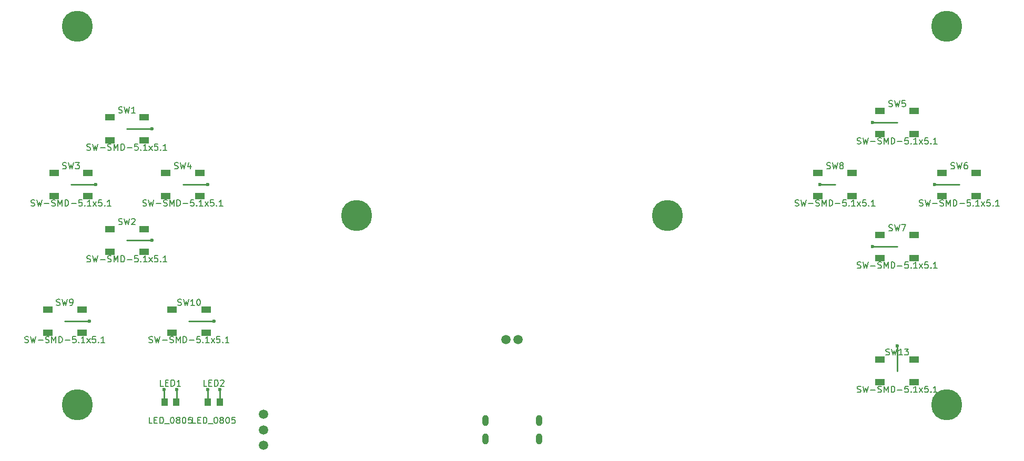
<source format=gtl>
%TF.GenerationSoftware,KiCad,Pcbnew,9.0.7*%
%TF.CreationDate,2026-02-13T19:14:35+01:00*%
%TF.ProjectId,esp32-emu-turbo,65737033-322d-4656-9d75-2d747572626f,rev?*%
%TF.SameCoordinates,Original*%
%TF.FileFunction,Copper,L1,Top*%
%TF.FilePolarity,Positive*%
%FSLAX46Y46*%
G04 Gerber Fmt 4.6, Leading zero omitted, Abs format (unit mm)*
G04 Created by KiCad (PCBNEW 9.0.7) date 2026-02-13 19:14:35*
%MOMM*%
%LPD*%
G01*
G04 APERTURE LIST*
%ADD10C,0.150000*%
%TA.AperFunction,NonConductor*%
%ADD11C,0.150000*%
%TD*%
%TA.AperFunction,ComponentPad*%
%ADD12C,5.000000*%
%TD*%
%TA.AperFunction,SMDPad,CuDef*%
%ADD13R,1.600000X1.000000*%
%TD*%
%TA.AperFunction,SMDPad,CuDef*%
%ADD14R,1.000000X1.300000*%
%TD*%
%TA.AperFunction,ComponentPad*%
%ADD15O,1.000000X1.800000*%
%TD*%
%TA.AperFunction,ComponentPad*%
%ADD16C,1.500000*%
%TD*%
%TA.AperFunction,ViaPad*%
%ADD17C,0.600000*%
%TD*%
%TA.AperFunction,Conductor*%
%ADD18C,0.250000*%
%TD*%
G04 APERTURE END LIST*
D10*
D11*
X16666667Y-20907200D02*
X16809524Y-20954819D01*
X16809524Y-20954819D02*
X17047619Y-20954819D01*
X17047619Y-20954819D02*
X17142857Y-20907200D01*
X17142857Y-20907200D02*
X17190476Y-20859580D01*
X17190476Y-20859580D02*
X17238095Y-20764342D01*
X17238095Y-20764342D02*
X17238095Y-20669104D01*
X17238095Y-20669104D02*
X17190476Y-20573866D01*
X17190476Y-20573866D02*
X17142857Y-20526247D01*
X17142857Y-20526247D02*
X17047619Y-20478628D01*
X17047619Y-20478628D02*
X16857143Y-20431009D01*
X16857143Y-20431009D02*
X16761905Y-20383390D01*
X16761905Y-20383390D02*
X16714286Y-20335771D01*
X16714286Y-20335771D02*
X16666667Y-20240533D01*
X16666667Y-20240533D02*
X16666667Y-20145295D01*
X16666667Y-20145295D02*
X16714286Y-20050057D01*
X16714286Y-20050057D02*
X16761905Y-20002438D01*
X16761905Y-20002438D02*
X16857143Y-19954819D01*
X16857143Y-19954819D02*
X17095238Y-19954819D01*
X17095238Y-19954819D02*
X17238095Y-20002438D01*
X17571429Y-19954819D02*
X17809524Y-20954819D01*
X17809524Y-20954819D02*
X18000000Y-20240533D01*
X18000000Y-20240533D02*
X18190476Y-20954819D01*
X18190476Y-20954819D02*
X18428572Y-19954819D01*
X19333333Y-20954819D02*
X18761905Y-20954819D01*
X19047619Y-20954819D02*
X19047619Y-19954819D01*
X19047619Y-19954819D02*
X18952381Y-20097676D01*
X18952381Y-20097676D02*
X18857143Y-20192914D01*
X18857143Y-20192914D02*
X18761905Y-20240533D01*
D10*
D11*
X11571429Y-26907200D02*
X11714286Y-26954819D01*
X11714286Y-26954819D02*
X11952381Y-26954819D01*
X11952381Y-26954819D02*
X12047619Y-26907200D01*
X12047619Y-26907200D02*
X12095238Y-26859580D01*
X12095238Y-26859580D02*
X12142857Y-26764342D01*
X12142857Y-26764342D02*
X12142857Y-26669104D01*
X12142857Y-26669104D02*
X12095238Y-26573866D01*
X12095238Y-26573866D02*
X12047619Y-26526247D01*
X12047619Y-26526247D02*
X11952381Y-26478628D01*
X11952381Y-26478628D02*
X11761905Y-26431009D01*
X11761905Y-26431009D02*
X11666667Y-26383390D01*
X11666667Y-26383390D02*
X11619048Y-26335771D01*
X11619048Y-26335771D02*
X11571429Y-26240533D01*
X11571429Y-26240533D02*
X11571429Y-26145295D01*
X11571429Y-26145295D02*
X11619048Y-26050057D01*
X11619048Y-26050057D02*
X11666667Y-26002438D01*
X11666667Y-26002438D02*
X11761905Y-25954819D01*
X11761905Y-25954819D02*
X12000000Y-25954819D01*
X12000000Y-25954819D02*
X12142857Y-26002438D01*
X12476191Y-25954819D02*
X12714286Y-26954819D01*
X12714286Y-26954819D02*
X12904762Y-26240533D01*
X12904762Y-26240533D02*
X13095238Y-26954819D01*
X13095238Y-26954819D02*
X13333334Y-25954819D01*
X13714286Y-26573866D02*
X14476191Y-26573866D01*
X14904762Y-26907200D02*
X15047619Y-26954819D01*
X15047619Y-26954819D02*
X15285714Y-26954819D01*
X15285714Y-26954819D02*
X15380952Y-26907200D01*
X15380952Y-26907200D02*
X15428571Y-26859580D01*
X15428571Y-26859580D02*
X15476190Y-26764342D01*
X15476190Y-26764342D02*
X15476190Y-26669104D01*
X15476190Y-26669104D02*
X15428571Y-26573866D01*
X15428571Y-26573866D02*
X15380952Y-26526247D01*
X15380952Y-26526247D02*
X15285714Y-26478628D01*
X15285714Y-26478628D02*
X15095238Y-26431009D01*
X15095238Y-26431009D02*
X15000000Y-26383390D01*
X15000000Y-26383390D02*
X14952381Y-26335771D01*
X14952381Y-26335771D02*
X14904762Y-26240533D01*
X14904762Y-26240533D02*
X14904762Y-26145295D01*
X14904762Y-26145295D02*
X14952381Y-26050057D01*
X14952381Y-26050057D02*
X15000000Y-26002438D01*
X15000000Y-26002438D02*
X15095238Y-25954819D01*
X15095238Y-25954819D02*
X15333333Y-25954819D01*
X15333333Y-25954819D02*
X15476190Y-26002438D01*
X15904762Y-26954819D02*
X15904762Y-25954819D01*
X15904762Y-25954819D02*
X16238095Y-26669104D01*
X16238095Y-26669104D02*
X16571428Y-25954819D01*
X16571428Y-25954819D02*
X16571428Y-26954819D01*
X17047619Y-26954819D02*
X17047619Y-25954819D01*
X17047619Y-25954819D02*
X17285714Y-25954819D01*
X17285714Y-25954819D02*
X17428571Y-26002438D01*
X17428571Y-26002438D02*
X17523809Y-26097676D01*
X17523809Y-26097676D02*
X17571428Y-26192914D01*
X17571428Y-26192914D02*
X17619047Y-26383390D01*
X17619047Y-26383390D02*
X17619047Y-26526247D01*
X17619047Y-26526247D02*
X17571428Y-26716723D01*
X17571428Y-26716723D02*
X17523809Y-26811961D01*
X17523809Y-26811961D02*
X17428571Y-26907200D01*
X17428571Y-26907200D02*
X17285714Y-26954819D01*
X17285714Y-26954819D02*
X17047619Y-26954819D01*
X18047619Y-26573866D02*
X18809524Y-26573866D01*
X19761904Y-25954819D02*
X19285714Y-25954819D01*
X19285714Y-25954819D02*
X19238095Y-26431009D01*
X19238095Y-26431009D02*
X19285714Y-26383390D01*
X19285714Y-26383390D02*
X19380952Y-26335771D01*
X19380952Y-26335771D02*
X19619047Y-26335771D01*
X19619047Y-26335771D02*
X19714285Y-26383390D01*
X19714285Y-26383390D02*
X19761904Y-26431009D01*
X19761904Y-26431009D02*
X19809523Y-26526247D01*
X19809523Y-26526247D02*
X19809523Y-26764342D01*
X19809523Y-26764342D02*
X19761904Y-26859580D01*
X19761904Y-26859580D02*
X19714285Y-26907200D01*
X19714285Y-26907200D02*
X19619047Y-26954819D01*
X19619047Y-26954819D02*
X19380952Y-26954819D01*
X19380952Y-26954819D02*
X19285714Y-26907200D01*
X19285714Y-26907200D02*
X19238095Y-26859580D01*
X20238095Y-26859580D02*
X20285714Y-26907200D01*
X20285714Y-26907200D02*
X20238095Y-26954819D01*
X20238095Y-26954819D02*
X20190476Y-26907200D01*
X20190476Y-26907200D02*
X20238095Y-26859580D01*
X20238095Y-26859580D02*
X20238095Y-26954819D01*
X21238094Y-26954819D02*
X20666666Y-26954819D01*
X20952380Y-26954819D02*
X20952380Y-25954819D01*
X20952380Y-25954819D02*
X20857142Y-26097676D01*
X20857142Y-26097676D02*
X20761904Y-26192914D01*
X20761904Y-26192914D02*
X20666666Y-26240533D01*
X21571428Y-26954819D02*
X22095237Y-26288152D01*
X21571428Y-26288152D02*
X22095237Y-26954819D01*
X22952380Y-25954819D02*
X22476190Y-25954819D01*
X22476190Y-25954819D02*
X22428571Y-26431009D01*
X22428571Y-26431009D02*
X22476190Y-26383390D01*
X22476190Y-26383390D02*
X22571428Y-26335771D01*
X22571428Y-26335771D02*
X22809523Y-26335771D01*
X22809523Y-26335771D02*
X22904761Y-26383390D01*
X22904761Y-26383390D02*
X22952380Y-26431009D01*
X22952380Y-26431009D02*
X22999999Y-26526247D01*
X22999999Y-26526247D02*
X22999999Y-26764342D01*
X22999999Y-26764342D02*
X22952380Y-26859580D01*
X22952380Y-26859580D02*
X22904761Y-26907200D01*
X22904761Y-26907200D02*
X22809523Y-26954819D01*
X22809523Y-26954819D02*
X22571428Y-26954819D01*
X22571428Y-26954819D02*
X22476190Y-26907200D01*
X22476190Y-26907200D02*
X22428571Y-26859580D01*
X23428571Y-26859580D02*
X23476190Y-26907200D01*
X23476190Y-26907200D02*
X23428571Y-26954819D01*
X23428571Y-26954819D02*
X23380952Y-26907200D01*
X23380952Y-26907200D02*
X23428571Y-26859580D01*
X23428571Y-26859580D02*
X23428571Y-26954819D01*
X24428570Y-26954819D02*
X23857142Y-26954819D01*
X24142856Y-26954819D02*
X24142856Y-25954819D01*
X24142856Y-25954819D02*
X24047618Y-26097676D01*
X24047618Y-26097676D02*
X23952380Y-26192914D01*
X23952380Y-26192914D02*
X23857142Y-26240533D01*
D10*
D11*
X16666667Y-38907200D02*
X16809524Y-38954819D01*
X16809524Y-38954819D02*
X17047619Y-38954819D01*
X17047619Y-38954819D02*
X17142857Y-38907200D01*
X17142857Y-38907200D02*
X17190476Y-38859580D01*
X17190476Y-38859580D02*
X17238095Y-38764342D01*
X17238095Y-38764342D02*
X17238095Y-38669104D01*
X17238095Y-38669104D02*
X17190476Y-38573866D01*
X17190476Y-38573866D02*
X17142857Y-38526247D01*
X17142857Y-38526247D02*
X17047619Y-38478628D01*
X17047619Y-38478628D02*
X16857143Y-38431009D01*
X16857143Y-38431009D02*
X16761905Y-38383390D01*
X16761905Y-38383390D02*
X16714286Y-38335771D01*
X16714286Y-38335771D02*
X16666667Y-38240533D01*
X16666667Y-38240533D02*
X16666667Y-38145295D01*
X16666667Y-38145295D02*
X16714286Y-38050057D01*
X16714286Y-38050057D02*
X16761905Y-38002438D01*
X16761905Y-38002438D02*
X16857143Y-37954819D01*
X16857143Y-37954819D02*
X17095238Y-37954819D01*
X17095238Y-37954819D02*
X17238095Y-38002438D01*
X17571429Y-37954819D02*
X17809524Y-38954819D01*
X17809524Y-38954819D02*
X18000000Y-38240533D01*
X18000000Y-38240533D02*
X18190476Y-38954819D01*
X18190476Y-38954819D02*
X18428572Y-37954819D01*
X18761905Y-38050057D02*
X18809524Y-38002438D01*
X18809524Y-38002438D02*
X18904762Y-37954819D01*
X18904762Y-37954819D02*
X19142857Y-37954819D01*
X19142857Y-37954819D02*
X19238095Y-38002438D01*
X19238095Y-38002438D02*
X19285714Y-38050057D01*
X19285714Y-38050057D02*
X19333333Y-38145295D01*
X19333333Y-38145295D02*
X19333333Y-38240533D01*
X19333333Y-38240533D02*
X19285714Y-38383390D01*
X19285714Y-38383390D02*
X18714286Y-38954819D01*
X18714286Y-38954819D02*
X19333333Y-38954819D01*
D10*
D11*
X11571429Y-44907200D02*
X11714286Y-44954819D01*
X11714286Y-44954819D02*
X11952381Y-44954819D01*
X11952381Y-44954819D02*
X12047619Y-44907200D01*
X12047619Y-44907200D02*
X12095238Y-44859580D01*
X12095238Y-44859580D02*
X12142857Y-44764342D01*
X12142857Y-44764342D02*
X12142857Y-44669104D01*
X12142857Y-44669104D02*
X12095238Y-44573866D01*
X12095238Y-44573866D02*
X12047619Y-44526247D01*
X12047619Y-44526247D02*
X11952381Y-44478628D01*
X11952381Y-44478628D02*
X11761905Y-44431009D01*
X11761905Y-44431009D02*
X11666667Y-44383390D01*
X11666667Y-44383390D02*
X11619048Y-44335771D01*
X11619048Y-44335771D02*
X11571429Y-44240533D01*
X11571429Y-44240533D02*
X11571429Y-44145295D01*
X11571429Y-44145295D02*
X11619048Y-44050057D01*
X11619048Y-44050057D02*
X11666667Y-44002438D01*
X11666667Y-44002438D02*
X11761905Y-43954819D01*
X11761905Y-43954819D02*
X12000000Y-43954819D01*
X12000000Y-43954819D02*
X12142857Y-44002438D01*
X12476191Y-43954819D02*
X12714286Y-44954819D01*
X12714286Y-44954819D02*
X12904762Y-44240533D01*
X12904762Y-44240533D02*
X13095238Y-44954819D01*
X13095238Y-44954819D02*
X13333334Y-43954819D01*
X13714286Y-44573866D02*
X14476191Y-44573866D01*
X14904762Y-44907200D02*
X15047619Y-44954819D01*
X15047619Y-44954819D02*
X15285714Y-44954819D01*
X15285714Y-44954819D02*
X15380952Y-44907200D01*
X15380952Y-44907200D02*
X15428571Y-44859580D01*
X15428571Y-44859580D02*
X15476190Y-44764342D01*
X15476190Y-44764342D02*
X15476190Y-44669104D01*
X15476190Y-44669104D02*
X15428571Y-44573866D01*
X15428571Y-44573866D02*
X15380952Y-44526247D01*
X15380952Y-44526247D02*
X15285714Y-44478628D01*
X15285714Y-44478628D02*
X15095238Y-44431009D01*
X15095238Y-44431009D02*
X15000000Y-44383390D01*
X15000000Y-44383390D02*
X14952381Y-44335771D01*
X14952381Y-44335771D02*
X14904762Y-44240533D01*
X14904762Y-44240533D02*
X14904762Y-44145295D01*
X14904762Y-44145295D02*
X14952381Y-44050057D01*
X14952381Y-44050057D02*
X15000000Y-44002438D01*
X15000000Y-44002438D02*
X15095238Y-43954819D01*
X15095238Y-43954819D02*
X15333333Y-43954819D01*
X15333333Y-43954819D02*
X15476190Y-44002438D01*
X15904762Y-44954819D02*
X15904762Y-43954819D01*
X15904762Y-43954819D02*
X16238095Y-44669104D01*
X16238095Y-44669104D02*
X16571428Y-43954819D01*
X16571428Y-43954819D02*
X16571428Y-44954819D01*
X17047619Y-44954819D02*
X17047619Y-43954819D01*
X17047619Y-43954819D02*
X17285714Y-43954819D01*
X17285714Y-43954819D02*
X17428571Y-44002438D01*
X17428571Y-44002438D02*
X17523809Y-44097676D01*
X17523809Y-44097676D02*
X17571428Y-44192914D01*
X17571428Y-44192914D02*
X17619047Y-44383390D01*
X17619047Y-44383390D02*
X17619047Y-44526247D01*
X17619047Y-44526247D02*
X17571428Y-44716723D01*
X17571428Y-44716723D02*
X17523809Y-44811961D01*
X17523809Y-44811961D02*
X17428571Y-44907200D01*
X17428571Y-44907200D02*
X17285714Y-44954819D01*
X17285714Y-44954819D02*
X17047619Y-44954819D01*
X18047619Y-44573866D02*
X18809524Y-44573866D01*
X19761904Y-43954819D02*
X19285714Y-43954819D01*
X19285714Y-43954819D02*
X19238095Y-44431009D01*
X19238095Y-44431009D02*
X19285714Y-44383390D01*
X19285714Y-44383390D02*
X19380952Y-44335771D01*
X19380952Y-44335771D02*
X19619047Y-44335771D01*
X19619047Y-44335771D02*
X19714285Y-44383390D01*
X19714285Y-44383390D02*
X19761904Y-44431009D01*
X19761904Y-44431009D02*
X19809523Y-44526247D01*
X19809523Y-44526247D02*
X19809523Y-44764342D01*
X19809523Y-44764342D02*
X19761904Y-44859580D01*
X19761904Y-44859580D02*
X19714285Y-44907200D01*
X19714285Y-44907200D02*
X19619047Y-44954819D01*
X19619047Y-44954819D02*
X19380952Y-44954819D01*
X19380952Y-44954819D02*
X19285714Y-44907200D01*
X19285714Y-44907200D02*
X19238095Y-44859580D01*
X20238095Y-44859580D02*
X20285714Y-44907200D01*
X20285714Y-44907200D02*
X20238095Y-44954819D01*
X20238095Y-44954819D02*
X20190476Y-44907200D01*
X20190476Y-44907200D02*
X20238095Y-44859580D01*
X20238095Y-44859580D02*
X20238095Y-44954819D01*
X21238094Y-44954819D02*
X20666666Y-44954819D01*
X20952380Y-44954819D02*
X20952380Y-43954819D01*
X20952380Y-43954819D02*
X20857142Y-44097676D01*
X20857142Y-44097676D02*
X20761904Y-44192914D01*
X20761904Y-44192914D02*
X20666666Y-44240533D01*
X21571428Y-44954819D02*
X22095237Y-44288152D01*
X21571428Y-44288152D02*
X22095237Y-44954819D01*
X22952380Y-43954819D02*
X22476190Y-43954819D01*
X22476190Y-43954819D02*
X22428571Y-44431009D01*
X22428571Y-44431009D02*
X22476190Y-44383390D01*
X22476190Y-44383390D02*
X22571428Y-44335771D01*
X22571428Y-44335771D02*
X22809523Y-44335771D01*
X22809523Y-44335771D02*
X22904761Y-44383390D01*
X22904761Y-44383390D02*
X22952380Y-44431009D01*
X22952380Y-44431009D02*
X22999999Y-44526247D01*
X22999999Y-44526247D02*
X22999999Y-44764342D01*
X22999999Y-44764342D02*
X22952380Y-44859580D01*
X22952380Y-44859580D02*
X22904761Y-44907200D01*
X22904761Y-44907200D02*
X22809523Y-44954819D01*
X22809523Y-44954819D02*
X22571428Y-44954819D01*
X22571428Y-44954819D02*
X22476190Y-44907200D01*
X22476190Y-44907200D02*
X22428571Y-44859580D01*
X23428571Y-44859580D02*
X23476190Y-44907200D01*
X23476190Y-44907200D02*
X23428571Y-44954819D01*
X23428571Y-44954819D02*
X23380952Y-44907200D01*
X23380952Y-44907200D02*
X23428571Y-44859580D01*
X23428571Y-44859580D02*
X23428571Y-44954819D01*
X24428570Y-44954819D02*
X23857142Y-44954819D01*
X24142856Y-44954819D02*
X24142856Y-43954819D01*
X24142856Y-43954819D02*
X24047618Y-44097676D01*
X24047618Y-44097676D02*
X23952380Y-44192914D01*
X23952380Y-44192914D02*
X23857142Y-44240533D01*
D10*
D11*
X7666667Y-29907200D02*
X7809524Y-29954819D01*
X7809524Y-29954819D02*
X8047619Y-29954819D01*
X8047619Y-29954819D02*
X8142857Y-29907200D01*
X8142857Y-29907200D02*
X8190476Y-29859580D01*
X8190476Y-29859580D02*
X8238095Y-29764342D01*
X8238095Y-29764342D02*
X8238095Y-29669104D01*
X8238095Y-29669104D02*
X8190476Y-29573866D01*
X8190476Y-29573866D02*
X8142857Y-29526247D01*
X8142857Y-29526247D02*
X8047619Y-29478628D01*
X8047619Y-29478628D02*
X7857143Y-29431009D01*
X7857143Y-29431009D02*
X7761905Y-29383390D01*
X7761905Y-29383390D02*
X7714286Y-29335771D01*
X7714286Y-29335771D02*
X7666667Y-29240533D01*
X7666667Y-29240533D02*
X7666667Y-29145295D01*
X7666667Y-29145295D02*
X7714286Y-29050057D01*
X7714286Y-29050057D02*
X7761905Y-29002438D01*
X7761905Y-29002438D02*
X7857143Y-28954819D01*
X7857143Y-28954819D02*
X8095238Y-28954819D01*
X8095238Y-28954819D02*
X8238095Y-29002438D01*
X8571429Y-28954819D02*
X8809524Y-29954819D01*
X8809524Y-29954819D02*
X9000000Y-29240533D01*
X9000000Y-29240533D02*
X9190476Y-29954819D01*
X9190476Y-29954819D02*
X9428572Y-28954819D01*
X9714286Y-28954819D02*
X10333333Y-28954819D01*
X10333333Y-28954819D02*
X10000000Y-29335771D01*
X10000000Y-29335771D02*
X10142857Y-29335771D01*
X10142857Y-29335771D02*
X10238095Y-29383390D01*
X10238095Y-29383390D02*
X10285714Y-29431009D01*
X10285714Y-29431009D02*
X10333333Y-29526247D01*
X10333333Y-29526247D02*
X10333333Y-29764342D01*
X10333333Y-29764342D02*
X10285714Y-29859580D01*
X10285714Y-29859580D02*
X10238095Y-29907200D01*
X10238095Y-29907200D02*
X10142857Y-29954819D01*
X10142857Y-29954819D02*
X9857143Y-29954819D01*
X9857143Y-29954819D02*
X9761905Y-29907200D01*
X9761905Y-29907200D02*
X9714286Y-29859580D01*
D10*
D11*
X2571429Y-35907200D02*
X2714286Y-35954819D01*
X2714286Y-35954819D02*
X2952381Y-35954819D01*
X2952381Y-35954819D02*
X3047619Y-35907200D01*
X3047619Y-35907200D02*
X3095238Y-35859580D01*
X3095238Y-35859580D02*
X3142857Y-35764342D01*
X3142857Y-35764342D02*
X3142857Y-35669104D01*
X3142857Y-35669104D02*
X3095238Y-35573866D01*
X3095238Y-35573866D02*
X3047619Y-35526247D01*
X3047619Y-35526247D02*
X2952381Y-35478628D01*
X2952381Y-35478628D02*
X2761905Y-35431009D01*
X2761905Y-35431009D02*
X2666667Y-35383390D01*
X2666667Y-35383390D02*
X2619048Y-35335771D01*
X2619048Y-35335771D02*
X2571429Y-35240533D01*
X2571429Y-35240533D02*
X2571429Y-35145295D01*
X2571429Y-35145295D02*
X2619048Y-35050057D01*
X2619048Y-35050057D02*
X2666667Y-35002438D01*
X2666667Y-35002438D02*
X2761905Y-34954819D01*
X2761905Y-34954819D02*
X3000000Y-34954819D01*
X3000000Y-34954819D02*
X3142857Y-35002438D01*
X3476191Y-34954819D02*
X3714286Y-35954819D01*
X3714286Y-35954819D02*
X3904762Y-35240533D01*
X3904762Y-35240533D02*
X4095238Y-35954819D01*
X4095238Y-35954819D02*
X4333334Y-34954819D01*
X4714286Y-35573866D02*
X5476191Y-35573866D01*
X5904762Y-35907200D02*
X6047619Y-35954819D01*
X6047619Y-35954819D02*
X6285714Y-35954819D01*
X6285714Y-35954819D02*
X6380952Y-35907200D01*
X6380952Y-35907200D02*
X6428571Y-35859580D01*
X6428571Y-35859580D02*
X6476190Y-35764342D01*
X6476190Y-35764342D02*
X6476190Y-35669104D01*
X6476190Y-35669104D02*
X6428571Y-35573866D01*
X6428571Y-35573866D02*
X6380952Y-35526247D01*
X6380952Y-35526247D02*
X6285714Y-35478628D01*
X6285714Y-35478628D02*
X6095238Y-35431009D01*
X6095238Y-35431009D02*
X6000000Y-35383390D01*
X6000000Y-35383390D02*
X5952381Y-35335771D01*
X5952381Y-35335771D02*
X5904762Y-35240533D01*
X5904762Y-35240533D02*
X5904762Y-35145295D01*
X5904762Y-35145295D02*
X5952381Y-35050057D01*
X5952381Y-35050057D02*
X6000000Y-35002438D01*
X6000000Y-35002438D02*
X6095238Y-34954819D01*
X6095238Y-34954819D02*
X6333333Y-34954819D01*
X6333333Y-34954819D02*
X6476190Y-35002438D01*
X6904762Y-35954819D02*
X6904762Y-34954819D01*
X6904762Y-34954819D02*
X7238095Y-35669104D01*
X7238095Y-35669104D02*
X7571428Y-34954819D01*
X7571428Y-34954819D02*
X7571428Y-35954819D01*
X8047619Y-35954819D02*
X8047619Y-34954819D01*
X8047619Y-34954819D02*
X8285714Y-34954819D01*
X8285714Y-34954819D02*
X8428571Y-35002438D01*
X8428571Y-35002438D02*
X8523809Y-35097676D01*
X8523809Y-35097676D02*
X8571428Y-35192914D01*
X8571428Y-35192914D02*
X8619047Y-35383390D01*
X8619047Y-35383390D02*
X8619047Y-35526247D01*
X8619047Y-35526247D02*
X8571428Y-35716723D01*
X8571428Y-35716723D02*
X8523809Y-35811961D01*
X8523809Y-35811961D02*
X8428571Y-35907200D01*
X8428571Y-35907200D02*
X8285714Y-35954819D01*
X8285714Y-35954819D02*
X8047619Y-35954819D01*
X9047619Y-35573866D02*
X9809524Y-35573866D01*
X10761904Y-34954819D02*
X10285714Y-34954819D01*
X10285714Y-34954819D02*
X10238095Y-35431009D01*
X10238095Y-35431009D02*
X10285714Y-35383390D01*
X10285714Y-35383390D02*
X10380952Y-35335771D01*
X10380952Y-35335771D02*
X10619047Y-35335771D01*
X10619047Y-35335771D02*
X10714285Y-35383390D01*
X10714285Y-35383390D02*
X10761904Y-35431009D01*
X10761904Y-35431009D02*
X10809523Y-35526247D01*
X10809523Y-35526247D02*
X10809523Y-35764342D01*
X10809523Y-35764342D02*
X10761904Y-35859580D01*
X10761904Y-35859580D02*
X10714285Y-35907200D01*
X10714285Y-35907200D02*
X10619047Y-35954819D01*
X10619047Y-35954819D02*
X10380952Y-35954819D01*
X10380952Y-35954819D02*
X10285714Y-35907200D01*
X10285714Y-35907200D02*
X10238095Y-35859580D01*
X11238095Y-35859580D02*
X11285714Y-35907200D01*
X11285714Y-35907200D02*
X11238095Y-35954819D01*
X11238095Y-35954819D02*
X11190476Y-35907200D01*
X11190476Y-35907200D02*
X11238095Y-35859580D01*
X11238095Y-35859580D02*
X11238095Y-35954819D01*
X12238094Y-35954819D02*
X11666666Y-35954819D01*
X11952380Y-35954819D02*
X11952380Y-34954819D01*
X11952380Y-34954819D02*
X11857142Y-35097676D01*
X11857142Y-35097676D02*
X11761904Y-35192914D01*
X11761904Y-35192914D02*
X11666666Y-35240533D01*
X12571428Y-35954819D02*
X13095237Y-35288152D01*
X12571428Y-35288152D02*
X13095237Y-35954819D01*
X13952380Y-34954819D02*
X13476190Y-34954819D01*
X13476190Y-34954819D02*
X13428571Y-35431009D01*
X13428571Y-35431009D02*
X13476190Y-35383390D01*
X13476190Y-35383390D02*
X13571428Y-35335771D01*
X13571428Y-35335771D02*
X13809523Y-35335771D01*
X13809523Y-35335771D02*
X13904761Y-35383390D01*
X13904761Y-35383390D02*
X13952380Y-35431009D01*
X13952380Y-35431009D02*
X13999999Y-35526247D01*
X13999999Y-35526247D02*
X13999999Y-35764342D01*
X13999999Y-35764342D02*
X13952380Y-35859580D01*
X13952380Y-35859580D02*
X13904761Y-35907200D01*
X13904761Y-35907200D02*
X13809523Y-35954819D01*
X13809523Y-35954819D02*
X13571428Y-35954819D01*
X13571428Y-35954819D02*
X13476190Y-35907200D01*
X13476190Y-35907200D02*
X13428571Y-35859580D01*
X14428571Y-35859580D02*
X14476190Y-35907200D01*
X14476190Y-35907200D02*
X14428571Y-35954819D01*
X14428571Y-35954819D02*
X14380952Y-35907200D01*
X14380952Y-35907200D02*
X14428571Y-35859580D01*
X14428571Y-35859580D02*
X14428571Y-35954819D01*
X15428570Y-35954819D02*
X14857142Y-35954819D01*
X15142856Y-35954819D02*
X15142856Y-34954819D01*
X15142856Y-34954819D02*
X15047618Y-35097676D01*
X15047618Y-35097676D02*
X14952380Y-35192914D01*
X14952380Y-35192914D02*
X14857142Y-35240533D01*
D10*
D11*
X25666667Y-29907200D02*
X25809524Y-29954819D01*
X25809524Y-29954819D02*
X26047619Y-29954819D01*
X26047619Y-29954819D02*
X26142857Y-29907200D01*
X26142857Y-29907200D02*
X26190476Y-29859580D01*
X26190476Y-29859580D02*
X26238095Y-29764342D01*
X26238095Y-29764342D02*
X26238095Y-29669104D01*
X26238095Y-29669104D02*
X26190476Y-29573866D01*
X26190476Y-29573866D02*
X26142857Y-29526247D01*
X26142857Y-29526247D02*
X26047619Y-29478628D01*
X26047619Y-29478628D02*
X25857143Y-29431009D01*
X25857143Y-29431009D02*
X25761905Y-29383390D01*
X25761905Y-29383390D02*
X25714286Y-29335771D01*
X25714286Y-29335771D02*
X25666667Y-29240533D01*
X25666667Y-29240533D02*
X25666667Y-29145295D01*
X25666667Y-29145295D02*
X25714286Y-29050057D01*
X25714286Y-29050057D02*
X25761905Y-29002438D01*
X25761905Y-29002438D02*
X25857143Y-28954819D01*
X25857143Y-28954819D02*
X26095238Y-28954819D01*
X26095238Y-28954819D02*
X26238095Y-29002438D01*
X26571429Y-28954819D02*
X26809524Y-29954819D01*
X26809524Y-29954819D02*
X27000000Y-29240533D01*
X27000000Y-29240533D02*
X27190476Y-29954819D01*
X27190476Y-29954819D02*
X27428572Y-28954819D01*
X28238095Y-29288152D02*
X28238095Y-29954819D01*
X28000000Y-28907200D02*
X27761905Y-29621485D01*
X27761905Y-29621485D02*
X28380952Y-29621485D01*
D10*
D11*
X20571429Y-35907200D02*
X20714286Y-35954819D01*
X20714286Y-35954819D02*
X20952381Y-35954819D01*
X20952381Y-35954819D02*
X21047619Y-35907200D01*
X21047619Y-35907200D02*
X21095238Y-35859580D01*
X21095238Y-35859580D02*
X21142857Y-35764342D01*
X21142857Y-35764342D02*
X21142857Y-35669104D01*
X21142857Y-35669104D02*
X21095238Y-35573866D01*
X21095238Y-35573866D02*
X21047619Y-35526247D01*
X21047619Y-35526247D02*
X20952381Y-35478628D01*
X20952381Y-35478628D02*
X20761905Y-35431009D01*
X20761905Y-35431009D02*
X20666667Y-35383390D01*
X20666667Y-35383390D02*
X20619048Y-35335771D01*
X20619048Y-35335771D02*
X20571429Y-35240533D01*
X20571429Y-35240533D02*
X20571429Y-35145295D01*
X20571429Y-35145295D02*
X20619048Y-35050057D01*
X20619048Y-35050057D02*
X20666667Y-35002438D01*
X20666667Y-35002438D02*
X20761905Y-34954819D01*
X20761905Y-34954819D02*
X21000000Y-34954819D01*
X21000000Y-34954819D02*
X21142857Y-35002438D01*
X21476191Y-34954819D02*
X21714286Y-35954819D01*
X21714286Y-35954819D02*
X21904762Y-35240533D01*
X21904762Y-35240533D02*
X22095238Y-35954819D01*
X22095238Y-35954819D02*
X22333334Y-34954819D01*
X22714286Y-35573866D02*
X23476191Y-35573866D01*
X23904762Y-35907200D02*
X24047619Y-35954819D01*
X24047619Y-35954819D02*
X24285714Y-35954819D01*
X24285714Y-35954819D02*
X24380952Y-35907200D01*
X24380952Y-35907200D02*
X24428571Y-35859580D01*
X24428571Y-35859580D02*
X24476190Y-35764342D01*
X24476190Y-35764342D02*
X24476190Y-35669104D01*
X24476190Y-35669104D02*
X24428571Y-35573866D01*
X24428571Y-35573866D02*
X24380952Y-35526247D01*
X24380952Y-35526247D02*
X24285714Y-35478628D01*
X24285714Y-35478628D02*
X24095238Y-35431009D01*
X24095238Y-35431009D02*
X24000000Y-35383390D01*
X24000000Y-35383390D02*
X23952381Y-35335771D01*
X23952381Y-35335771D02*
X23904762Y-35240533D01*
X23904762Y-35240533D02*
X23904762Y-35145295D01*
X23904762Y-35145295D02*
X23952381Y-35050057D01*
X23952381Y-35050057D02*
X24000000Y-35002438D01*
X24000000Y-35002438D02*
X24095238Y-34954819D01*
X24095238Y-34954819D02*
X24333333Y-34954819D01*
X24333333Y-34954819D02*
X24476190Y-35002438D01*
X24904762Y-35954819D02*
X24904762Y-34954819D01*
X24904762Y-34954819D02*
X25238095Y-35669104D01*
X25238095Y-35669104D02*
X25571428Y-34954819D01*
X25571428Y-34954819D02*
X25571428Y-35954819D01*
X26047619Y-35954819D02*
X26047619Y-34954819D01*
X26047619Y-34954819D02*
X26285714Y-34954819D01*
X26285714Y-34954819D02*
X26428571Y-35002438D01*
X26428571Y-35002438D02*
X26523809Y-35097676D01*
X26523809Y-35097676D02*
X26571428Y-35192914D01*
X26571428Y-35192914D02*
X26619047Y-35383390D01*
X26619047Y-35383390D02*
X26619047Y-35526247D01*
X26619047Y-35526247D02*
X26571428Y-35716723D01*
X26571428Y-35716723D02*
X26523809Y-35811961D01*
X26523809Y-35811961D02*
X26428571Y-35907200D01*
X26428571Y-35907200D02*
X26285714Y-35954819D01*
X26285714Y-35954819D02*
X26047619Y-35954819D01*
X27047619Y-35573866D02*
X27809524Y-35573866D01*
X28761904Y-34954819D02*
X28285714Y-34954819D01*
X28285714Y-34954819D02*
X28238095Y-35431009D01*
X28238095Y-35431009D02*
X28285714Y-35383390D01*
X28285714Y-35383390D02*
X28380952Y-35335771D01*
X28380952Y-35335771D02*
X28619047Y-35335771D01*
X28619047Y-35335771D02*
X28714285Y-35383390D01*
X28714285Y-35383390D02*
X28761904Y-35431009D01*
X28761904Y-35431009D02*
X28809523Y-35526247D01*
X28809523Y-35526247D02*
X28809523Y-35764342D01*
X28809523Y-35764342D02*
X28761904Y-35859580D01*
X28761904Y-35859580D02*
X28714285Y-35907200D01*
X28714285Y-35907200D02*
X28619047Y-35954819D01*
X28619047Y-35954819D02*
X28380952Y-35954819D01*
X28380952Y-35954819D02*
X28285714Y-35907200D01*
X28285714Y-35907200D02*
X28238095Y-35859580D01*
X29238095Y-35859580D02*
X29285714Y-35907200D01*
X29285714Y-35907200D02*
X29238095Y-35954819D01*
X29238095Y-35954819D02*
X29190476Y-35907200D01*
X29190476Y-35907200D02*
X29238095Y-35859580D01*
X29238095Y-35859580D02*
X29238095Y-35954819D01*
X30238094Y-35954819D02*
X29666666Y-35954819D01*
X29952380Y-35954819D02*
X29952380Y-34954819D01*
X29952380Y-34954819D02*
X29857142Y-35097676D01*
X29857142Y-35097676D02*
X29761904Y-35192914D01*
X29761904Y-35192914D02*
X29666666Y-35240533D01*
X30571428Y-35954819D02*
X31095237Y-35288152D01*
X30571428Y-35288152D02*
X31095237Y-35954819D01*
X31952380Y-34954819D02*
X31476190Y-34954819D01*
X31476190Y-34954819D02*
X31428571Y-35431009D01*
X31428571Y-35431009D02*
X31476190Y-35383390D01*
X31476190Y-35383390D02*
X31571428Y-35335771D01*
X31571428Y-35335771D02*
X31809523Y-35335771D01*
X31809523Y-35335771D02*
X31904761Y-35383390D01*
X31904761Y-35383390D02*
X31952380Y-35431009D01*
X31952380Y-35431009D02*
X31999999Y-35526247D01*
X31999999Y-35526247D02*
X31999999Y-35764342D01*
X31999999Y-35764342D02*
X31952380Y-35859580D01*
X31952380Y-35859580D02*
X31904761Y-35907200D01*
X31904761Y-35907200D02*
X31809523Y-35954819D01*
X31809523Y-35954819D02*
X31571428Y-35954819D01*
X31571428Y-35954819D02*
X31476190Y-35907200D01*
X31476190Y-35907200D02*
X31428571Y-35859580D01*
X32428571Y-35859580D02*
X32476190Y-35907200D01*
X32476190Y-35907200D02*
X32428571Y-35954819D01*
X32428571Y-35954819D02*
X32380952Y-35907200D01*
X32380952Y-35907200D02*
X32428571Y-35859580D01*
X32428571Y-35859580D02*
X32428571Y-35954819D01*
X33428570Y-35954819D02*
X32857142Y-35954819D01*
X33142856Y-35954819D02*
X33142856Y-34954819D01*
X33142856Y-34954819D02*
X33047618Y-35097676D01*
X33047618Y-35097676D02*
X32952380Y-35192914D01*
X32952380Y-35192914D02*
X32857142Y-35240533D01*
D10*
D11*
X140666667Y-19907200D02*
X140809524Y-19954819D01*
X140809524Y-19954819D02*
X141047619Y-19954819D01*
X141047619Y-19954819D02*
X141142857Y-19907200D01*
X141142857Y-19907200D02*
X141190476Y-19859580D01*
X141190476Y-19859580D02*
X141238095Y-19764342D01*
X141238095Y-19764342D02*
X141238095Y-19669104D01*
X141238095Y-19669104D02*
X141190476Y-19573866D01*
X141190476Y-19573866D02*
X141142857Y-19526247D01*
X141142857Y-19526247D02*
X141047619Y-19478628D01*
X141047619Y-19478628D02*
X140857143Y-19431009D01*
X140857143Y-19431009D02*
X140761905Y-19383390D01*
X140761905Y-19383390D02*
X140714286Y-19335771D01*
X140714286Y-19335771D02*
X140666667Y-19240533D01*
X140666667Y-19240533D02*
X140666667Y-19145295D01*
X140666667Y-19145295D02*
X140714286Y-19050057D01*
X140714286Y-19050057D02*
X140761905Y-19002438D01*
X140761905Y-19002438D02*
X140857143Y-18954819D01*
X140857143Y-18954819D02*
X141095238Y-18954819D01*
X141095238Y-18954819D02*
X141238095Y-19002438D01*
X141571429Y-18954819D02*
X141809524Y-19954819D01*
X141809524Y-19954819D02*
X142000000Y-19240533D01*
X142000000Y-19240533D02*
X142190476Y-19954819D01*
X142190476Y-19954819D02*
X142428572Y-18954819D01*
X143285714Y-18954819D02*
X142809524Y-18954819D01*
X142809524Y-18954819D02*
X142761905Y-19431009D01*
X142761905Y-19431009D02*
X142809524Y-19383390D01*
X142809524Y-19383390D02*
X142904762Y-19335771D01*
X142904762Y-19335771D02*
X143142857Y-19335771D01*
X143142857Y-19335771D02*
X143238095Y-19383390D01*
X143238095Y-19383390D02*
X143285714Y-19431009D01*
X143285714Y-19431009D02*
X143333333Y-19526247D01*
X143333333Y-19526247D02*
X143333333Y-19764342D01*
X143333333Y-19764342D02*
X143285714Y-19859580D01*
X143285714Y-19859580D02*
X143238095Y-19907200D01*
X143238095Y-19907200D02*
X143142857Y-19954819D01*
X143142857Y-19954819D02*
X142904762Y-19954819D01*
X142904762Y-19954819D02*
X142809524Y-19907200D01*
X142809524Y-19907200D02*
X142761905Y-19859580D01*
D10*
D11*
X135571429Y-25907200D02*
X135714286Y-25954819D01*
X135714286Y-25954819D02*
X135952381Y-25954819D01*
X135952381Y-25954819D02*
X136047619Y-25907200D01*
X136047619Y-25907200D02*
X136095238Y-25859580D01*
X136095238Y-25859580D02*
X136142857Y-25764342D01*
X136142857Y-25764342D02*
X136142857Y-25669104D01*
X136142857Y-25669104D02*
X136095238Y-25573866D01*
X136095238Y-25573866D02*
X136047619Y-25526247D01*
X136047619Y-25526247D02*
X135952381Y-25478628D01*
X135952381Y-25478628D02*
X135761905Y-25431009D01*
X135761905Y-25431009D02*
X135666667Y-25383390D01*
X135666667Y-25383390D02*
X135619048Y-25335771D01*
X135619048Y-25335771D02*
X135571429Y-25240533D01*
X135571429Y-25240533D02*
X135571429Y-25145295D01*
X135571429Y-25145295D02*
X135619048Y-25050057D01*
X135619048Y-25050057D02*
X135666667Y-25002438D01*
X135666667Y-25002438D02*
X135761905Y-24954819D01*
X135761905Y-24954819D02*
X136000000Y-24954819D01*
X136000000Y-24954819D02*
X136142857Y-25002438D01*
X136476191Y-24954819D02*
X136714286Y-25954819D01*
X136714286Y-25954819D02*
X136904762Y-25240533D01*
X136904762Y-25240533D02*
X137095238Y-25954819D01*
X137095238Y-25954819D02*
X137333334Y-24954819D01*
X137714286Y-25573866D02*
X138476191Y-25573866D01*
X138904762Y-25907200D02*
X139047619Y-25954819D01*
X139047619Y-25954819D02*
X139285714Y-25954819D01*
X139285714Y-25954819D02*
X139380952Y-25907200D01*
X139380952Y-25907200D02*
X139428571Y-25859580D01*
X139428571Y-25859580D02*
X139476190Y-25764342D01*
X139476190Y-25764342D02*
X139476190Y-25669104D01*
X139476190Y-25669104D02*
X139428571Y-25573866D01*
X139428571Y-25573866D02*
X139380952Y-25526247D01*
X139380952Y-25526247D02*
X139285714Y-25478628D01*
X139285714Y-25478628D02*
X139095238Y-25431009D01*
X139095238Y-25431009D02*
X139000000Y-25383390D01*
X139000000Y-25383390D02*
X138952381Y-25335771D01*
X138952381Y-25335771D02*
X138904762Y-25240533D01*
X138904762Y-25240533D02*
X138904762Y-25145295D01*
X138904762Y-25145295D02*
X138952381Y-25050057D01*
X138952381Y-25050057D02*
X139000000Y-25002438D01*
X139000000Y-25002438D02*
X139095238Y-24954819D01*
X139095238Y-24954819D02*
X139333333Y-24954819D01*
X139333333Y-24954819D02*
X139476190Y-25002438D01*
X139904762Y-25954819D02*
X139904762Y-24954819D01*
X139904762Y-24954819D02*
X140238095Y-25669104D01*
X140238095Y-25669104D02*
X140571428Y-24954819D01*
X140571428Y-24954819D02*
X140571428Y-25954819D01*
X141047619Y-25954819D02*
X141047619Y-24954819D01*
X141047619Y-24954819D02*
X141285714Y-24954819D01*
X141285714Y-24954819D02*
X141428571Y-25002438D01*
X141428571Y-25002438D02*
X141523809Y-25097676D01*
X141523809Y-25097676D02*
X141571428Y-25192914D01*
X141571428Y-25192914D02*
X141619047Y-25383390D01*
X141619047Y-25383390D02*
X141619047Y-25526247D01*
X141619047Y-25526247D02*
X141571428Y-25716723D01*
X141571428Y-25716723D02*
X141523809Y-25811961D01*
X141523809Y-25811961D02*
X141428571Y-25907200D01*
X141428571Y-25907200D02*
X141285714Y-25954819D01*
X141285714Y-25954819D02*
X141047619Y-25954819D01*
X142047619Y-25573866D02*
X142809524Y-25573866D01*
X143761904Y-24954819D02*
X143285714Y-24954819D01*
X143285714Y-24954819D02*
X143238095Y-25431009D01*
X143238095Y-25431009D02*
X143285714Y-25383390D01*
X143285714Y-25383390D02*
X143380952Y-25335771D01*
X143380952Y-25335771D02*
X143619047Y-25335771D01*
X143619047Y-25335771D02*
X143714285Y-25383390D01*
X143714285Y-25383390D02*
X143761904Y-25431009D01*
X143761904Y-25431009D02*
X143809523Y-25526247D01*
X143809523Y-25526247D02*
X143809523Y-25764342D01*
X143809523Y-25764342D02*
X143761904Y-25859580D01*
X143761904Y-25859580D02*
X143714285Y-25907200D01*
X143714285Y-25907200D02*
X143619047Y-25954819D01*
X143619047Y-25954819D02*
X143380952Y-25954819D01*
X143380952Y-25954819D02*
X143285714Y-25907200D01*
X143285714Y-25907200D02*
X143238095Y-25859580D01*
X144238095Y-25859580D02*
X144285714Y-25907200D01*
X144285714Y-25907200D02*
X144238095Y-25954819D01*
X144238095Y-25954819D02*
X144190476Y-25907200D01*
X144190476Y-25907200D02*
X144238095Y-25859580D01*
X144238095Y-25859580D02*
X144238095Y-25954819D01*
X145238094Y-25954819D02*
X144666666Y-25954819D01*
X144952380Y-25954819D02*
X144952380Y-24954819D01*
X144952380Y-24954819D02*
X144857142Y-25097676D01*
X144857142Y-25097676D02*
X144761904Y-25192914D01*
X144761904Y-25192914D02*
X144666666Y-25240533D01*
X145571428Y-25954819D02*
X146095237Y-25288152D01*
X145571428Y-25288152D02*
X146095237Y-25954819D01*
X146952380Y-24954819D02*
X146476190Y-24954819D01*
X146476190Y-24954819D02*
X146428571Y-25431009D01*
X146428571Y-25431009D02*
X146476190Y-25383390D01*
X146476190Y-25383390D02*
X146571428Y-25335771D01*
X146571428Y-25335771D02*
X146809523Y-25335771D01*
X146809523Y-25335771D02*
X146904761Y-25383390D01*
X146904761Y-25383390D02*
X146952380Y-25431009D01*
X146952380Y-25431009D02*
X146999999Y-25526247D01*
X146999999Y-25526247D02*
X146999999Y-25764342D01*
X146999999Y-25764342D02*
X146952380Y-25859580D01*
X146952380Y-25859580D02*
X146904761Y-25907200D01*
X146904761Y-25907200D02*
X146809523Y-25954819D01*
X146809523Y-25954819D02*
X146571428Y-25954819D01*
X146571428Y-25954819D02*
X146476190Y-25907200D01*
X146476190Y-25907200D02*
X146428571Y-25859580D01*
X147428571Y-25859580D02*
X147476190Y-25907200D01*
X147476190Y-25907200D02*
X147428571Y-25954819D01*
X147428571Y-25954819D02*
X147380952Y-25907200D01*
X147380952Y-25907200D02*
X147428571Y-25859580D01*
X147428571Y-25859580D02*
X147428571Y-25954819D01*
X148428570Y-25954819D02*
X147857142Y-25954819D01*
X148142856Y-25954819D02*
X148142856Y-24954819D01*
X148142856Y-24954819D02*
X148047618Y-25097676D01*
X148047618Y-25097676D02*
X147952380Y-25192914D01*
X147952380Y-25192914D02*
X147857142Y-25240533D01*
D10*
D11*
X150666667Y-29907200D02*
X150809524Y-29954819D01*
X150809524Y-29954819D02*
X151047619Y-29954819D01*
X151047619Y-29954819D02*
X151142857Y-29907200D01*
X151142857Y-29907200D02*
X151190476Y-29859580D01*
X151190476Y-29859580D02*
X151238095Y-29764342D01*
X151238095Y-29764342D02*
X151238095Y-29669104D01*
X151238095Y-29669104D02*
X151190476Y-29573866D01*
X151190476Y-29573866D02*
X151142857Y-29526247D01*
X151142857Y-29526247D02*
X151047619Y-29478628D01*
X151047619Y-29478628D02*
X150857143Y-29431009D01*
X150857143Y-29431009D02*
X150761905Y-29383390D01*
X150761905Y-29383390D02*
X150714286Y-29335771D01*
X150714286Y-29335771D02*
X150666667Y-29240533D01*
X150666667Y-29240533D02*
X150666667Y-29145295D01*
X150666667Y-29145295D02*
X150714286Y-29050057D01*
X150714286Y-29050057D02*
X150761905Y-29002438D01*
X150761905Y-29002438D02*
X150857143Y-28954819D01*
X150857143Y-28954819D02*
X151095238Y-28954819D01*
X151095238Y-28954819D02*
X151238095Y-29002438D01*
X151571429Y-28954819D02*
X151809524Y-29954819D01*
X151809524Y-29954819D02*
X152000000Y-29240533D01*
X152000000Y-29240533D02*
X152190476Y-29954819D01*
X152190476Y-29954819D02*
X152428572Y-28954819D01*
X153238095Y-28954819D02*
X153047619Y-28954819D01*
X153047619Y-28954819D02*
X152952381Y-29002438D01*
X152952381Y-29002438D02*
X152904762Y-29050057D01*
X152904762Y-29050057D02*
X152809524Y-29192914D01*
X152809524Y-29192914D02*
X152761905Y-29383390D01*
X152761905Y-29383390D02*
X152761905Y-29764342D01*
X152761905Y-29764342D02*
X152809524Y-29859580D01*
X152809524Y-29859580D02*
X152857143Y-29907200D01*
X152857143Y-29907200D02*
X152952381Y-29954819D01*
X152952381Y-29954819D02*
X153142857Y-29954819D01*
X153142857Y-29954819D02*
X153238095Y-29907200D01*
X153238095Y-29907200D02*
X153285714Y-29859580D01*
X153285714Y-29859580D02*
X153333333Y-29764342D01*
X153333333Y-29764342D02*
X153333333Y-29526247D01*
X153333333Y-29526247D02*
X153285714Y-29431009D01*
X153285714Y-29431009D02*
X153238095Y-29383390D01*
X153238095Y-29383390D02*
X153142857Y-29335771D01*
X153142857Y-29335771D02*
X152952381Y-29335771D01*
X152952381Y-29335771D02*
X152857143Y-29383390D01*
X152857143Y-29383390D02*
X152809524Y-29431009D01*
X152809524Y-29431009D02*
X152761905Y-29526247D01*
D10*
D11*
X145571429Y-35907200D02*
X145714286Y-35954819D01*
X145714286Y-35954819D02*
X145952381Y-35954819D01*
X145952381Y-35954819D02*
X146047619Y-35907200D01*
X146047619Y-35907200D02*
X146095238Y-35859580D01*
X146095238Y-35859580D02*
X146142857Y-35764342D01*
X146142857Y-35764342D02*
X146142857Y-35669104D01*
X146142857Y-35669104D02*
X146095238Y-35573866D01*
X146095238Y-35573866D02*
X146047619Y-35526247D01*
X146047619Y-35526247D02*
X145952381Y-35478628D01*
X145952381Y-35478628D02*
X145761905Y-35431009D01*
X145761905Y-35431009D02*
X145666667Y-35383390D01*
X145666667Y-35383390D02*
X145619048Y-35335771D01*
X145619048Y-35335771D02*
X145571429Y-35240533D01*
X145571429Y-35240533D02*
X145571429Y-35145295D01*
X145571429Y-35145295D02*
X145619048Y-35050057D01*
X145619048Y-35050057D02*
X145666667Y-35002438D01*
X145666667Y-35002438D02*
X145761905Y-34954819D01*
X145761905Y-34954819D02*
X146000000Y-34954819D01*
X146000000Y-34954819D02*
X146142857Y-35002438D01*
X146476191Y-34954819D02*
X146714286Y-35954819D01*
X146714286Y-35954819D02*
X146904762Y-35240533D01*
X146904762Y-35240533D02*
X147095238Y-35954819D01*
X147095238Y-35954819D02*
X147333334Y-34954819D01*
X147714286Y-35573866D02*
X148476191Y-35573866D01*
X148904762Y-35907200D02*
X149047619Y-35954819D01*
X149047619Y-35954819D02*
X149285714Y-35954819D01*
X149285714Y-35954819D02*
X149380952Y-35907200D01*
X149380952Y-35907200D02*
X149428571Y-35859580D01*
X149428571Y-35859580D02*
X149476190Y-35764342D01*
X149476190Y-35764342D02*
X149476190Y-35669104D01*
X149476190Y-35669104D02*
X149428571Y-35573866D01*
X149428571Y-35573866D02*
X149380952Y-35526247D01*
X149380952Y-35526247D02*
X149285714Y-35478628D01*
X149285714Y-35478628D02*
X149095238Y-35431009D01*
X149095238Y-35431009D02*
X149000000Y-35383390D01*
X149000000Y-35383390D02*
X148952381Y-35335771D01*
X148952381Y-35335771D02*
X148904762Y-35240533D01*
X148904762Y-35240533D02*
X148904762Y-35145295D01*
X148904762Y-35145295D02*
X148952381Y-35050057D01*
X148952381Y-35050057D02*
X149000000Y-35002438D01*
X149000000Y-35002438D02*
X149095238Y-34954819D01*
X149095238Y-34954819D02*
X149333333Y-34954819D01*
X149333333Y-34954819D02*
X149476190Y-35002438D01*
X149904762Y-35954819D02*
X149904762Y-34954819D01*
X149904762Y-34954819D02*
X150238095Y-35669104D01*
X150238095Y-35669104D02*
X150571428Y-34954819D01*
X150571428Y-34954819D02*
X150571428Y-35954819D01*
X151047619Y-35954819D02*
X151047619Y-34954819D01*
X151047619Y-34954819D02*
X151285714Y-34954819D01*
X151285714Y-34954819D02*
X151428571Y-35002438D01*
X151428571Y-35002438D02*
X151523809Y-35097676D01*
X151523809Y-35097676D02*
X151571428Y-35192914D01*
X151571428Y-35192914D02*
X151619047Y-35383390D01*
X151619047Y-35383390D02*
X151619047Y-35526247D01*
X151619047Y-35526247D02*
X151571428Y-35716723D01*
X151571428Y-35716723D02*
X151523809Y-35811961D01*
X151523809Y-35811961D02*
X151428571Y-35907200D01*
X151428571Y-35907200D02*
X151285714Y-35954819D01*
X151285714Y-35954819D02*
X151047619Y-35954819D01*
X152047619Y-35573866D02*
X152809524Y-35573866D01*
X153761904Y-34954819D02*
X153285714Y-34954819D01*
X153285714Y-34954819D02*
X153238095Y-35431009D01*
X153238095Y-35431009D02*
X153285714Y-35383390D01*
X153285714Y-35383390D02*
X153380952Y-35335771D01*
X153380952Y-35335771D02*
X153619047Y-35335771D01*
X153619047Y-35335771D02*
X153714285Y-35383390D01*
X153714285Y-35383390D02*
X153761904Y-35431009D01*
X153761904Y-35431009D02*
X153809523Y-35526247D01*
X153809523Y-35526247D02*
X153809523Y-35764342D01*
X153809523Y-35764342D02*
X153761904Y-35859580D01*
X153761904Y-35859580D02*
X153714285Y-35907200D01*
X153714285Y-35907200D02*
X153619047Y-35954819D01*
X153619047Y-35954819D02*
X153380952Y-35954819D01*
X153380952Y-35954819D02*
X153285714Y-35907200D01*
X153285714Y-35907200D02*
X153238095Y-35859580D01*
X154238095Y-35859580D02*
X154285714Y-35907200D01*
X154285714Y-35907200D02*
X154238095Y-35954819D01*
X154238095Y-35954819D02*
X154190476Y-35907200D01*
X154190476Y-35907200D02*
X154238095Y-35859580D01*
X154238095Y-35859580D02*
X154238095Y-35954819D01*
X155238094Y-35954819D02*
X154666666Y-35954819D01*
X154952380Y-35954819D02*
X154952380Y-34954819D01*
X154952380Y-34954819D02*
X154857142Y-35097676D01*
X154857142Y-35097676D02*
X154761904Y-35192914D01*
X154761904Y-35192914D02*
X154666666Y-35240533D01*
X155571428Y-35954819D02*
X156095237Y-35288152D01*
X155571428Y-35288152D02*
X156095237Y-35954819D01*
X156952380Y-34954819D02*
X156476190Y-34954819D01*
X156476190Y-34954819D02*
X156428571Y-35431009D01*
X156428571Y-35431009D02*
X156476190Y-35383390D01*
X156476190Y-35383390D02*
X156571428Y-35335771D01*
X156571428Y-35335771D02*
X156809523Y-35335771D01*
X156809523Y-35335771D02*
X156904761Y-35383390D01*
X156904761Y-35383390D02*
X156952380Y-35431009D01*
X156952380Y-35431009D02*
X156999999Y-35526247D01*
X156999999Y-35526247D02*
X156999999Y-35764342D01*
X156999999Y-35764342D02*
X156952380Y-35859580D01*
X156952380Y-35859580D02*
X156904761Y-35907200D01*
X156904761Y-35907200D02*
X156809523Y-35954819D01*
X156809523Y-35954819D02*
X156571428Y-35954819D01*
X156571428Y-35954819D02*
X156476190Y-35907200D01*
X156476190Y-35907200D02*
X156428571Y-35859580D01*
X157428571Y-35859580D02*
X157476190Y-35907200D01*
X157476190Y-35907200D02*
X157428571Y-35954819D01*
X157428571Y-35954819D02*
X157380952Y-35907200D01*
X157380952Y-35907200D02*
X157428571Y-35859580D01*
X157428571Y-35859580D02*
X157428571Y-35954819D01*
X158428570Y-35954819D02*
X157857142Y-35954819D01*
X158142856Y-35954819D02*
X158142856Y-34954819D01*
X158142856Y-34954819D02*
X158047618Y-35097676D01*
X158047618Y-35097676D02*
X157952380Y-35192914D01*
X157952380Y-35192914D02*
X157857142Y-35240533D01*
D10*
D11*
X140666667Y-39907200D02*
X140809524Y-39954819D01*
X140809524Y-39954819D02*
X141047619Y-39954819D01*
X141047619Y-39954819D02*
X141142857Y-39907200D01*
X141142857Y-39907200D02*
X141190476Y-39859580D01*
X141190476Y-39859580D02*
X141238095Y-39764342D01*
X141238095Y-39764342D02*
X141238095Y-39669104D01*
X141238095Y-39669104D02*
X141190476Y-39573866D01*
X141190476Y-39573866D02*
X141142857Y-39526247D01*
X141142857Y-39526247D02*
X141047619Y-39478628D01*
X141047619Y-39478628D02*
X140857143Y-39431009D01*
X140857143Y-39431009D02*
X140761905Y-39383390D01*
X140761905Y-39383390D02*
X140714286Y-39335771D01*
X140714286Y-39335771D02*
X140666667Y-39240533D01*
X140666667Y-39240533D02*
X140666667Y-39145295D01*
X140666667Y-39145295D02*
X140714286Y-39050057D01*
X140714286Y-39050057D02*
X140761905Y-39002438D01*
X140761905Y-39002438D02*
X140857143Y-38954819D01*
X140857143Y-38954819D02*
X141095238Y-38954819D01*
X141095238Y-38954819D02*
X141238095Y-39002438D01*
X141571429Y-38954819D02*
X141809524Y-39954819D01*
X141809524Y-39954819D02*
X142000000Y-39240533D01*
X142000000Y-39240533D02*
X142190476Y-39954819D01*
X142190476Y-39954819D02*
X142428572Y-38954819D01*
X142714286Y-38954819D02*
X143380952Y-38954819D01*
X143380952Y-38954819D02*
X142952381Y-39954819D01*
D10*
D11*
X135571429Y-45907200D02*
X135714286Y-45954819D01*
X135714286Y-45954819D02*
X135952381Y-45954819D01*
X135952381Y-45954819D02*
X136047619Y-45907200D01*
X136047619Y-45907200D02*
X136095238Y-45859580D01*
X136095238Y-45859580D02*
X136142857Y-45764342D01*
X136142857Y-45764342D02*
X136142857Y-45669104D01*
X136142857Y-45669104D02*
X136095238Y-45573866D01*
X136095238Y-45573866D02*
X136047619Y-45526247D01*
X136047619Y-45526247D02*
X135952381Y-45478628D01*
X135952381Y-45478628D02*
X135761905Y-45431009D01*
X135761905Y-45431009D02*
X135666667Y-45383390D01*
X135666667Y-45383390D02*
X135619048Y-45335771D01*
X135619048Y-45335771D02*
X135571429Y-45240533D01*
X135571429Y-45240533D02*
X135571429Y-45145295D01*
X135571429Y-45145295D02*
X135619048Y-45050057D01*
X135619048Y-45050057D02*
X135666667Y-45002438D01*
X135666667Y-45002438D02*
X135761905Y-44954819D01*
X135761905Y-44954819D02*
X136000000Y-44954819D01*
X136000000Y-44954819D02*
X136142857Y-45002438D01*
X136476191Y-44954819D02*
X136714286Y-45954819D01*
X136714286Y-45954819D02*
X136904762Y-45240533D01*
X136904762Y-45240533D02*
X137095238Y-45954819D01*
X137095238Y-45954819D02*
X137333334Y-44954819D01*
X137714286Y-45573866D02*
X138476191Y-45573866D01*
X138904762Y-45907200D02*
X139047619Y-45954819D01*
X139047619Y-45954819D02*
X139285714Y-45954819D01*
X139285714Y-45954819D02*
X139380952Y-45907200D01*
X139380952Y-45907200D02*
X139428571Y-45859580D01*
X139428571Y-45859580D02*
X139476190Y-45764342D01*
X139476190Y-45764342D02*
X139476190Y-45669104D01*
X139476190Y-45669104D02*
X139428571Y-45573866D01*
X139428571Y-45573866D02*
X139380952Y-45526247D01*
X139380952Y-45526247D02*
X139285714Y-45478628D01*
X139285714Y-45478628D02*
X139095238Y-45431009D01*
X139095238Y-45431009D02*
X139000000Y-45383390D01*
X139000000Y-45383390D02*
X138952381Y-45335771D01*
X138952381Y-45335771D02*
X138904762Y-45240533D01*
X138904762Y-45240533D02*
X138904762Y-45145295D01*
X138904762Y-45145295D02*
X138952381Y-45050057D01*
X138952381Y-45050057D02*
X139000000Y-45002438D01*
X139000000Y-45002438D02*
X139095238Y-44954819D01*
X139095238Y-44954819D02*
X139333333Y-44954819D01*
X139333333Y-44954819D02*
X139476190Y-45002438D01*
X139904762Y-45954819D02*
X139904762Y-44954819D01*
X139904762Y-44954819D02*
X140238095Y-45669104D01*
X140238095Y-45669104D02*
X140571428Y-44954819D01*
X140571428Y-44954819D02*
X140571428Y-45954819D01*
X141047619Y-45954819D02*
X141047619Y-44954819D01*
X141047619Y-44954819D02*
X141285714Y-44954819D01*
X141285714Y-44954819D02*
X141428571Y-45002438D01*
X141428571Y-45002438D02*
X141523809Y-45097676D01*
X141523809Y-45097676D02*
X141571428Y-45192914D01*
X141571428Y-45192914D02*
X141619047Y-45383390D01*
X141619047Y-45383390D02*
X141619047Y-45526247D01*
X141619047Y-45526247D02*
X141571428Y-45716723D01*
X141571428Y-45716723D02*
X141523809Y-45811961D01*
X141523809Y-45811961D02*
X141428571Y-45907200D01*
X141428571Y-45907200D02*
X141285714Y-45954819D01*
X141285714Y-45954819D02*
X141047619Y-45954819D01*
X142047619Y-45573866D02*
X142809524Y-45573866D01*
X143761904Y-44954819D02*
X143285714Y-44954819D01*
X143285714Y-44954819D02*
X143238095Y-45431009D01*
X143238095Y-45431009D02*
X143285714Y-45383390D01*
X143285714Y-45383390D02*
X143380952Y-45335771D01*
X143380952Y-45335771D02*
X143619047Y-45335771D01*
X143619047Y-45335771D02*
X143714285Y-45383390D01*
X143714285Y-45383390D02*
X143761904Y-45431009D01*
X143761904Y-45431009D02*
X143809523Y-45526247D01*
X143809523Y-45526247D02*
X143809523Y-45764342D01*
X143809523Y-45764342D02*
X143761904Y-45859580D01*
X143761904Y-45859580D02*
X143714285Y-45907200D01*
X143714285Y-45907200D02*
X143619047Y-45954819D01*
X143619047Y-45954819D02*
X143380952Y-45954819D01*
X143380952Y-45954819D02*
X143285714Y-45907200D01*
X143285714Y-45907200D02*
X143238095Y-45859580D01*
X144238095Y-45859580D02*
X144285714Y-45907200D01*
X144285714Y-45907200D02*
X144238095Y-45954819D01*
X144238095Y-45954819D02*
X144190476Y-45907200D01*
X144190476Y-45907200D02*
X144238095Y-45859580D01*
X144238095Y-45859580D02*
X144238095Y-45954819D01*
X145238094Y-45954819D02*
X144666666Y-45954819D01*
X144952380Y-45954819D02*
X144952380Y-44954819D01*
X144952380Y-44954819D02*
X144857142Y-45097676D01*
X144857142Y-45097676D02*
X144761904Y-45192914D01*
X144761904Y-45192914D02*
X144666666Y-45240533D01*
X145571428Y-45954819D02*
X146095237Y-45288152D01*
X145571428Y-45288152D02*
X146095237Y-45954819D01*
X146952380Y-44954819D02*
X146476190Y-44954819D01*
X146476190Y-44954819D02*
X146428571Y-45431009D01*
X146428571Y-45431009D02*
X146476190Y-45383390D01*
X146476190Y-45383390D02*
X146571428Y-45335771D01*
X146571428Y-45335771D02*
X146809523Y-45335771D01*
X146809523Y-45335771D02*
X146904761Y-45383390D01*
X146904761Y-45383390D02*
X146952380Y-45431009D01*
X146952380Y-45431009D02*
X146999999Y-45526247D01*
X146999999Y-45526247D02*
X146999999Y-45764342D01*
X146999999Y-45764342D02*
X146952380Y-45859580D01*
X146952380Y-45859580D02*
X146904761Y-45907200D01*
X146904761Y-45907200D02*
X146809523Y-45954819D01*
X146809523Y-45954819D02*
X146571428Y-45954819D01*
X146571428Y-45954819D02*
X146476190Y-45907200D01*
X146476190Y-45907200D02*
X146428571Y-45859580D01*
X147428571Y-45859580D02*
X147476190Y-45907200D01*
X147476190Y-45907200D02*
X147428571Y-45954819D01*
X147428571Y-45954819D02*
X147380952Y-45907200D01*
X147380952Y-45907200D02*
X147428571Y-45859580D01*
X147428571Y-45859580D02*
X147428571Y-45954819D01*
X148428570Y-45954819D02*
X147857142Y-45954819D01*
X148142856Y-45954819D02*
X148142856Y-44954819D01*
X148142856Y-44954819D02*
X148047618Y-45097676D01*
X148047618Y-45097676D02*
X147952380Y-45192914D01*
X147952380Y-45192914D02*
X147857142Y-45240533D01*
D10*
D11*
X130666667Y-29907200D02*
X130809524Y-29954819D01*
X130809524Y-29954819D02*
X131047619Y-29954819D01*
X131047619Y-29954819D02*
X131142857Y-29907200D01*
X131142857Y-29907200D02*
X131190476Y-29859580D01*
X131190476Y-29859580D02*
X131238095Y-29764342D01*
X131238095Y-29764342D02*
X131238095Y-29669104D01*
X131238095Y-29669104D02*
X131190476Y-29573866D01*
X131190476Y-29573866D02*
X131142857Y-29526247D01*
X131142857Y-29526247D02*
X131047619Y-29478628D01*
X131047619Y-29478628D02*
X130857143Y-29431009D01*
X130857143Y-29431009D02*
X130761905Y-29383390D01*
X130761905Y-29383390D02*
X130714286Y-29335771D01*
X130714286Y-29335771D02*
X130666667Y-29240533D01*
X130666667Y-29240533D02*
X130666667Y-29145295D01*
X130666667Y-29145295D02*
X130714286Y-29050057D01*
X130714286Y-29050057D02*
X130761905Y-29002438D01*
X130761905Y-29002438D02*
X130857143Y-28954819D01*
X130857143Y-28954819D02*
X131095238Y-28954819D01*
X131095238Y-28954819D02*
X131238095Y-29002438D01*
X131571429Y-28954819D02*
X131809524Y-29954819D01*
X131809524Y-29954819D02*
X132000000Y-29240533D01*
X132000000Y-29240533D02*
X132190476Y-29954819D01*
X132190476Y-29954819D02*
X132428572Y-28954819D01*
X132952381Y-29383390D02*
X132857143Y-29335771D01*
X132857143Y-29335771D02*
X132809524Y-29288152D01*
X132809524Y-29288152D02*
X132761905Y-29192914D01*
X132761905Y-29192914D02*
X132761905Y-29145295D01*
X132761905Y-29145295D02*
X132809524Y-29050057D01*
X132809524Y-29050057D02*
X132857143Y-29002438D01*
X132857143Y-29002438D02*
X132952381Y-28954819D01*
X132952381Y-28954819D02*
X133142857Y-28954819D01*
X133142857Y-28954819D02*
X133238095Y-29002438D01*
X133238095Y-29002438D02*
X133285714Y-29050057D01*
X133285714Y-29050057D02*
X133333333Y-29145295D01*
X133333333Y-29145295D02*
X133333333Y-29192914D01*
X133333333Y-29192914D02*
X133285714Y-29288152D01*
X133285714Y-29288152D02*
X133238095Y-29335771D01*
X133238095Y-29335771D02*
X133142857Y-29383390D01*
X133142857Y-29383390D02*
X132952381Y-29383390D01*
X132952381Y-29383390D02*
X132857143Y-29431009D01*
X132857143Y-29431009D02*
X132809524Y-29478628D01*
X132809524Y-29478628D02*
X132761905Y-29573866D01*
X132761905Y-29573866D02*
X132761905Y-29764342D01*
X132761905Y-29764342D02*
X132809524Y-29859580D01*
X132809524Y-29859580D02*
X132857143Y-29907200D01*
X132857143Y-29907200D02*
X132952381Y-29954819D01*
X132952381Y-29954819D02*
X133142857Y-29954819D01*
X133142857Y-29954819D02*
X133238095Y-29907200D01*
X133238095Y-29907200D02*
X133285714Y-29859580D01*
X133285714Y-29859580D02*
X133333333Y-29764342D01*
X133333333Y-29764342D02*
X133333333Y-29573866D01*
X133333333Y-29573866D02*
X133285714Y-29478628D01*
X133285714Y-29478628D02*
X133238095Y-29431009D01*
X133238095Y-29431009D02*
X133142857Y-29383390D01*
D10*
D11*
X125571429Y-35907200D02*
X125714286Y-35954819D01*
X125714286Y-35954819D02*
X125952381Y-35954819D01*
X125952381Y-35954819D02*
X126047619Y-35907200D01*
X126047619Y-35907200D02*
X126095238Y-35859580D01*
X126095238Y-35859580D02*
X126142857Y-35764342D01*
X126142857Y-35764342D02*
X126142857Y-35669104D01*
X126142857Y-35669104D02*
X126095238Y-35573866D01*
X126095238Y-35573866D02*
X126047619Y-35526247D01*
X126047619Y-35526247D02*
X125952381Y-35478628D01*
X125952381Y-35478628D02*
X125761905Y-35431009D01*
X125761905Y-35431009D02*
X125666667Y-35383390D01*
X125666667Y-35383390D02*
X125619048Y-35335771D01*
X125619048Y-35335771D02*
X125571429Y-35240533D01*
X125571429Y-35240533D02*
X125571429Y-35145295D01*
X125571429Y-35145295D02*
X125619048Y-35050057D01*
X125619048Y-35050057D02*
X125666667Y-35002438D01*
X125666667Y-35002438D02*
X125761905Y-34954819D01*
X125761905Y-34954819D02*
X126000000Y-34954819D01*
X126000000Y-34954819D02*
X126142857Y-35002438D01*
X126476191Y-34954819D02*
X126714286Y-35954819D01*
X126714286Y-35954819D02*
X126904762Y-35240533D01*
X126904762Y-35240533D02*
X127095238Y-35954819D01*
X127095238Y-35954819D02*
X127333334Y-34954819D01*
X127714286Y-35573866D02*
X128476191Y-35573866D01*
X128904762Y-35907200D02*
X129047619Y-35954819D01*
X129047619Y-35954819D02*
X129285714Y-35954819D01*
X129285714Y-35954819D02*
X129380952Y-35907200D01*
X129380952Y-35907200D02*
X129428571Y-35859580D01*
X129428571Y-35859580D02*
X129476190Y-35764342D01*
X129476190Y-35764342D02*
X129476190Y-35669104D01*
X129476190Y-35669104D02*
X129428571Y-35573866D01*
X129428571Y-35573866D02*
X129380952Y-35526247D01*
X129380952Y-35526247D02*
X129285714Y-35478628D01*
X129285714Y-35478628D02*
X129095238Y-35431009D01*
X129095238Y-35431009D02*
X129000000Y-35383390D01*
X129000000Y-35383390D02*
X128952381Y-35335771D01*
X128952381Y-35335771D02*
X128904762Y-35240533D01*
X128904762Y-35240533D02*
X128904762Y-35145295D01*
X128904762Y-35145295D02*
X128952381Y-35050057D01*
X128952381Y-35050057D02*
X129000000Y-35002438D01*
X129000000Y-35002438D02*
X129095238Y-34954819D01*
X129095238Y-34954819D02*
X129333333Y-34954819D01*
X129333333Y-34954819D02*
X129476190Y-35002438D01*
X129904762Y-35954819D02*
X129904762Y-34954819D01*
X129904762Y-34954819D02*
X130238095Y-35669104D01*
X130238095Y-35669104D02*
X130571428Y-34954819D01*
X130571428Y-34954819D02*
X130571428Y-35954819D01*
X131047619Y-35954819D02*
X131047619Y-34954819D01*
X131047619Y-34954819D02*
X131285714Y-34954819D01*
X131285714Y-34954819D02*
X131428571Y-35002438D01*
X131428571Y-35002438D02*
X131523809Y-35097676D01*
X131523809Y-35097676D02*
X131571428Y-35192914D01*
X131571428Y-35192914D02*
X131619047Y-35383390D01*
X131619047Y-35383390D02*
X131619047Y-35526247D01*
X131619047Y-35526247D02*
X131571428Y-35716723D01*
X131571428Y-35716723D02*
X131523809Y-35811961D01*
X131523809Y-35811961D02*
X131428571Y-35907200D01*
X131428571Y-35907200D02*
X131285714Y-35954819D01*
X131285714Y-35954819D02*
X131047619Y-35954819D01*
X132047619Y-35573866D02*
X132809524Y-35573866D01*
X133761904Y-34954819D02*
X133285714Y-34954819D01*
X133285714Y-34954819D02*
X133238095Y-35431009D01*
X133238095Y-35431009D02*
X133285714Y-35383390D01*
X133285714Y-35383390D02*
X133380952Y-35335771D01*
X133380952Y-35335771D02*
X133619047Y-35335771D01*
X133619047Y-35335771D02*
X133714285Y-35383390D01*
X133714285Y-35383390D02*
X133761904Y-35431009D01*
X133761904Y-35431009D02*
X133809523Y-35526247D01*
X133809523Y-35526247D02*
X133809523Y-35764342D01*
X133809523Y-35764342D02*
X133761904Y-35859580D01*
X133761904Y-35859580D02*
X133714285Y-35907200D01*
X133714285Y-35907200D02*
X133619047Y-35954819D01*
X133619047Y-35954819D02*
X133380952Y-35954819D01*
X133380952Y-35954819D02*
X133285714Y-35907200D01*
X133285714Y-35907200D02*
X133238095Y-35859580D01*
X134238095Y-35859580D02*
X134285714Y-35907200D01*
X134285714Y-35907200D02*
X134238095Y-35954819D01*
X134238095Y-35954819D02*
X134190476Y-35907200D01*
X134190476Y-35907200D02*
X134238095Y-35859580D01*
X134238095Y-35859580D02*
X134238095Y-35954819D01*
X135238094Y-35954819D02*
X134666666Y-35954819D01*
X134952380Y-35954819D02*
X134952380Y-34954819D01*
X134952380Y-34954819D02*
X134857142Y-35097676D01*
X134857142Y-35097676D02*
X134761904Y-35192914D01*
X134761904Y-35192914D02*
X134666666Y-35240533D01*
X135571428Y-35954819D02*
X136095237Y-35288152D01*
X135571428Y-35288152D02*
X136095237Y-35954819D01*
X136952380Y-34954819D02*
X136476190Y-34954819D01*
X136476190Y-34954819D02*
X136428571Y-35431009D01*
X136428571Y-35431009D02*
X136476190Y-35383390D01*
X136476190Y-35383390D02*
X136571428Y-35335771D01*
X136571428Y-35335771D02*
X136809523Y-35335771D01*
X136809523Y-35335771D02*
X136904761Y-35383390D01*
X136904761Y-35383390D02*
X136952380Y-35431009D01*
X136952380Y-35431009D02*
X136999999Y-35526247D01*
X136999999Y-35526247D02*
X136999999Y-35764342D01*
X136999999Y-35764342D02*
X136952380Y-35859580D01*
X136952380Y-35859580D02*
X136904761Y-35907200D01*
X136904761Y-35907200D02*
X136809523Y-35954819D01*
X136809523Y-35954819D02*
X136571428Y-35954819D01*
X136571428Y-35954819D02*
X136476190Y-35907200D01*
X136476190Y-35907200D02*
X136428571Y-35859580D01*
X137428571Y-35859580D02*
X137476190Y-35907200D01*
X137476190Y-35907200D02*
X137428571Y-35954819D01*
X137428571Y-35954819D02*
X137380952Y-35907200D01*
X137380952Y-35907200D02*
X137428571Y-35859580D01*
X137428571Y-35859580D02*
X137428571Y-35954819D01*
X138428570Y-35954819D02*
X137857142Y-35954819D01*
X138142856Y-35954819D02*
X138142856Y-34954819D01*
X138142856Y-34954819D02*
X138047618Y-35097676D01*
X138047618Y-35097676D02*
X137952380Y-35192914D01*
X137952380Y-35192914D02*
X137857142Y-35240533D01*
D10*
D11*
X6666667Y-51907200D02*
X6809524Y-51954819D01*
X6809524Y-51954819D02*
X7047619Y-51954819D01*
X7047619Y-51954819D02*
X7142857Y-51907200D01*
X7142857Y-51907200D02*
X7190476Y-51859580D01*
X7190476Y-51859580D02*
X7238095Y-51764342D01*
X7238095Y-51764342D02*
X7238095Y-51669104D01*
X7238095Y-51669104D02*
X7190476Y-51573866D01*
X7190476Y-51573866D02*
X7142857Y-51526247D01*
X7142857Y-51526247D02*
X7047619Y-51478628D01*
X7047619Y-51478628D02*
X6857143Y-51431009D01*
X6857143Y-51431009D02*
X6761905Y-51383390D01*
X6761905Y-51383390D02*
X6714286Y-51335771D01*
X6714286Y-51335771D02*
X6666667Y-51240533D01*
X6666667Y-51240533D02*
X6666667Y-51145295D01*
X6666667Y-51145295D02*
X6714286Y-51050057D01*
X6714286Y-51050057D02*
X6761905Y-51002438D01*
X6761905Y-51002438D02*
X6857143Y-50954819D01*
X6857143Y-50954819D02*
X7095238Y-50954819D01*
X7095238Y-50954819D02*
X7238095Y-51002438D01*
X7571429Y-50954819D02*
X7809524Y-51954819D01*
X7809524Y-51954819D02*
X8000000Y-51240533D01*
X8000000Y-51240533D02*
X8190476Y-51954819D01*
X8190476Y-51954819D02*
X8428572Y-50954819D01*
X8857143Y-51954819D02*
X9047619Y-51954819D01*
X9047619Y-51954819D02*
X9142857Y-51907200D01*
X9142857Y-51907200D02*
X9190476Y-51859580D01*
X9190476Y-51859580D02*
X9285714Y-51716723D01*
X9285714Y-51716723D02*
X9333333Y-51526247D01*
X9333333Y-51526247D02*
X9333333Y-51145295D01*
X9333333Y-51145295D02*
X9285714Y-51050057D01*
X9285714Y-51050057D02*
X9238095Y-51002438D01*
X9238095Y-51002438D02*
X9142857Y-50954819D01*
X9142857Y-50954819D02*
X8952381Y-50954819D01*
X8952381Y-50954819D02*
X8857143Y-51002438D01*
X8857143Y-51002438D02*
X8809524Y-51050057D01*
X8809524Y-51050057D02*
X8761905Y-51145295D01*
X8761905Y-51145295D02*
X8761905Y-51383390D01*
X8761905Y-51383390D02*
X8809524Y-51478628D01*
X8809524Y-51478628D02*
X8857143Y-51526247D01*
X8857143Y-51526247D02*
X8952381Y-51573866D01*
X8952381Y-51573866D02*
X9142857Y-51573866D01*
X9142857Y-51573866D02*
X9238095Y-51526247D01*
X9238095Y-51526247D02*
X9285714Y-51478628D01*
X9285714Y-51478628D02*
X9333333Y-51383390D01*
D10*
D11*
X1571429Y-57907200D02*
X1714286Y-57954819D01*
X1714286Y-57954819D02*
X1952381Y-57954819D01*
X1952381Y-57954819D02*
X2047619Y-57907200D01*
X2047619Y-57907200D02*
X2095238Y-57859580D01*
X2095238Y-57859580D02*
X2142857Y-57764342D01*
X2142857Y-57764342D02*
X2142857Y-57669104D01*
X2142857Y-57669104D02*
X2095238Y-57573866D01*
X2095238Y-57573866D02*
X2047619Y-57526247D01*
X2047619Y-57526247D02*
X1952381Y-57478628D01*
X1952381Y-57478628D02*
X1761905Y-57431009D01*
X1761905Y-57431009D02*
X1666667Y-57383390D01*
X1666667Y-57383390D02*
X1619048Y-57335771D01*
X1619048Y-57335771D02*
X1571429Y-57240533D01*
X1571429Y-57240533D02*
X1571429Y-57145295D01*
X1571429Y-57145295D02*
X1619048Y-57050057D01*
X1619048Y-57050057D02*
X1666667Y-57002438D01*
X1666667Y-57002438D02*
X1761905Y-56954819D01*
X1761905Y-56954819D02*
X2000000Y-56954819D01*
X2000000Y-56954819D02*
X2142857Y-57002438D01*
X2476191Y-56954819D02*
X2714286Y-57954819D01*
X2714286Y-57954819D02*
X2904762Y-57240533D01*
X2904762Y-57240533D02*
X3095238Y-57954819D01*
X3095238Y-57954819D02*
X3333334Y-56954819D01*
X3714286Y-57573866D02*
X4476191Y-57573866D01*
X4904762Y-57907200D02*
X5047619Y-57954819D01*
X5047619Y-57954819D02*
X5285714Y-57954819D01*
X5285714Y-57954819D02*
X5380952Y-57907200D01*
X5380952Y-57907200D02*
X5428571Y-57859580D01*
X5428571Y-57859580D02*
X5476190Y-57764342D01*
X5476190Y-57764342D02*
X5476190Y-57669104D01*
X5476190Y-57669104D02*
X5428571Y-57573866D01*
X5428571Y-57573866D02*
X5380952Y-57526247D01*
X5380952Y-57526247D02*
X5285714Y-57478628D01*
X5285714Y-57478628D02*
X5095238Y-57431009D01*
X5095238Y-57431009D02*
X5000000Y-57383390D01*
X5000000Y-57383390D02*
X4952381Y-57335771D01*
X4952381Y-57335771D02*
X4904762Y-57240533D01*
X4904762Y-57240533D02*
X4904762Y-57145295D01*
X4904762Y-57145295D02*
X4952381Y-57050057D01*
X4952381Y-57050057D02*
X5000000Y-57002438D01*
X5000000Y-57002438D02*
X5095238Y-56954819D01*
X5095238Y-56954819D02*
X5333333Y-56954819D01*
X5333333Y-56954819D02*
X5476190Y-57002438D01*
X5904762Y-57954819D02*
X5904762Y-56954819D01*
X5904762Y-56954819D02*
X6238095Y-57669104D01*
X6238095Y-57669104D02*
X6571428Y-56954819D01*
X6571428Y-56954819D02*
X6571428Y-57954819D01*
X7047619Y-57954819D02*
X7047619Y-56954819D01*
X7047619Y-56954819D02*
X7285714Y-56954819D01*
X7285714Y-56954819D02*
X7428571Y-57002438D01*
X7428571Y-57002438D02*
X7523809Y-57097676D01*
X7523809Y-57097676D02*
X7571428Y-57192914D01*
X7571428Y-57192914D02*
X7619047Y-57383390D01*
X7619047Y-57383390D02*
X7619047Y-57526247D01*
X7619047Y-57526247D02*
X7571428Y-57716723D01*
X7571428Y-57716723D02*
X7523809Y-57811961D01*
X7523809Y-57811961D02*
X7428571Y-57907200D01*
X7428571Y-57907200D02*
X7285714Y-57954819D01*
X7285714Y-57954819D02*
X7047619Y-57954819D01*
X8047619Y-57573866D02*
X8809524Y-57573866D01*
X9761904Y-56954819D02*
X9285714Y-56954819D01*
X9285714Y-56954819D02*
X9238095Y-57431009D01*
X9238095Y-57431009D02*
X9285714Y-57383390D01*
X9285714Y-57383390D02*
X9380952Y-57335771D01*
X9380952Y-57335771D02*
X9619047Y-57335771D01*
X9619047Y-57335771D02*
X9714285Y-57383390D01*
X9714285Y-57383390D02*
X9761904Y-57431009D01*
X9761904Y-57431009D02*
X9809523Y-57526247D01*
X9809523Y-57526247D02*
X9809523Y-57764342D01*
X9809523Y-57764342D02*
X9761904Y-57859580D01*
X9761904Y-57859580D02*
X9714285Y-57907200D01*
X9714285Y-57907200D02*
X9619047Y-57954819D01*
X9619047Y-57954819D02*
X9380952Y-57954819D01*
X9380952Y-57954819D02*
X9285714Y-57907200D01*
X9285714Y-57907200D02*
X9238095Y-57859580D01*
X10238095Y-57859580D02*
X10285714Y-57907200D01*
X10285714Y-57907200D02*
X10238095Y-57954819D01*
X10238095Y-57954819D02*
X10190476Y-57907200D01*
X10190476Y-57907200D02*
X10238095Y-57859580D01*
X10238095Y-57859580D02*
X10238095Y-57954819D01*
X11238094Y-57954819D02*
X10666666Y-57954819D01*
X10952380Y-57954819D02*
X10952380Y-56954819D01*
X10952380Y-56954819D02*
X10857142Y-57097676D01*
X10857142Y-57097676D02*
X10761904Y-57192914D01*
X10761904Y-57192914D02*
X10666666Y-57240533D01*
X11571428Y-57954819D02*
X12095237Y-57288152D01*
X11571428Y-57288152D02*
X12095237Y-57954819D01*
X12952380Y-56954819D02*
X12476190Y-56954819D01*
X12476190Y-56954819D02*
X12428571Y-57431009D01*
X12428571Y-57431009D02*
X12476190Y-57383390D01*
X12476190Y-57383390D02*
X12571428Y-57335771D01*
X12571428Y-57335771D02*
X12809523Y-57335771D01*
X12809523Y-57335771D02*
X12904761Y-57383390D01*
X12904761Y-57383390D02*
X12952380Y-57431009D01*
X12952380Y-57431009D02*
X12999999Y-57526247D01*
X12999999Y-57526247D02*
X12999999Y-57764342D01*
X12999999Y-57764342D02*
X12952380Y-57859580D01*
X12952380Y-57859580D02*
X12904761Y-57907200D01*
X12904761Y-57907200D02*
X12809523Y-57954819D01*
X12809523Y-57954819D02*
X12571428Y-57954819D01*
X12571428Y-57954819D02*
X12476190Y-57907200D01*
X12476190Y-57907200D02*
X12428571Y-57859580D01*
X13428571Y-57859580D02*
X13476190Y-57907200D01*
X13476190Y-57907200D02*
X13428571Y-57954819D01*
X13428571Y-57954819D02*
X13380952Y-57907200D01*
X13380952Y-57907200D02*
X13428571Y-57859580D01*
X13428571Y-57859580D02*
X13428571Y-57954819D01*
X14428570Y-57954819D02*
X13857142Y-57954819D01*
X14142856Y-57954819D02*
X14142856Y-56954819D01*
X14142856Y-56954819D02*
X14047618Y-57097676D01*
X14047618Y-57097676D02*
X13952380Y-57192914D01*
X13952380Y-57192914D02*
X13857142Y-57240533D01*
D10*
D11*
X26190476Y-51907200D02*
X26333333Y-51954819D01*
X26333333Y-51954819D02*
X26571428Y-51954819D01*
X26571428Y-51954819D02*
X26666666Y-51907200D01*
X26666666Y-51907200D02*
X26714285Y-51859580D01*
X26714285Y-51859580D02*
X26761904Y-51764342D01*
X26761904Y-51764342D02*
X26761904Y-51669104D01*
X26761904Y-51669104D02*
X26714285Y-51573866D01*
X26714285Y-51573866D02*
X26666666Y-51526247D01*
X26666666Y-51526247D02*
X26571428Y-51478628D01*
X26571428Y-51478628D02*
X26380952Y-51431009D01*
X26380952Y-51431009D02*
X26285714Y-51383390D01*
X26285714Y-51383390D02*
X26238095Y-51335771D01*
X26238095Y-51335771D02*
X26190476Y-51240533D01*
X26190476Y-51240533D02*
X26190476Y-51145295D01*
X26190476Y-51145295D02*
X26238095Y-51050057D01*
X26238095Y-51050057D02*
X26285714Y-51002438D01*
X26285714Y-51002438D02*
X26380952Y-50954819D01*
X26380952Y-50954819D02*
X26619047Y-50954819D01*
X26619047Y-50954819D02*
X26761904Y-51002438D01*
X27095238Y-50954819D02*
X27333333Y-51954819D01*
X27333333Y-51954819D02*
X27523809Y-51240533D01*
X27523809Y-51240533D02*
X27714285Y-51954819D01*
X27714285Y-51954819D02*
X27952381Y-50954819D01*
X28857142Y-51954819D02*
X28285714Y-51954819D01*
X28571428Y-51954819D02*
X28571428Y-50954819D01*
X28571428Y-50954819D02*
X28476190Y-51097676D01*
X28476190Y-51097676D02*
X28380952Y-51192914D01*
X28380952Y-51192914D02*
X28285714Y-51240533D01*
X29476190Y-50954819D02*
X29571428Y-50954819D01*
X29571428Y-50954819D02*
X29666666Y-51002438D01*
X29666666Y-51002438D02*
X29714285Y-51050057D01*
X29714285Y-51050057D02*
X29761904Y-51145295D01*
X29761904Y-51145295D02*
X29809523Y-51335771D01*
X29809523Y-51335771D02*
X29809523Y-51573866D01*
X29809523Y-51573866D02*
X29761904Y-51764342D01*
X29761904Y-51764342D02*
X29714285Y-51859580D01*
X29714285Y-51859580D02*
X29666666Y-51907200D01*
X29666666Y-51907200D02*
X29571428Y-51954819D01*
X29571428Y-51954819D02*
X29476190Y-51954819D01*
X29476190Y-51954819D02*
X29380952Y-51907200D01*
X29380952Y-51907200D02*
X29333333Y-51859580D01*
X29333333Y-51859580D02*
X29285714Y-51764342D01*
X29285714Y-51764342D02*
X29238095Y-51573866D01*
X29238095Y-51573866D02*
X29238095Y-51335771D01*
X29238095Y-51335771D02*
X29285714Y-51145295D01*
X29285714Y-51145295D02*
X29333333Y-51050057D01*
X29333333Y-51050057D02*
X29380952Y-51002438D01*
X29380952Y-51002438D02*
X29476190Y-50954819D01*
D10*
D11*
X21571429Y-57907200D02*
X21714286Y-57954819D01*
X21714286Y-57954819D02*
X21952381Y-57954819D01*
X21952381Y-57954819D02*
X22047619Y-57907200D01*
X22047619Y-57907200D02*
X22095238Y-57859580D01*
X22095238Y-57859580D02*
X22142857Y-57764342D01*
X22142857Y-57764342D02*
X22142857Y-57669104D01*
X22142857Y-57669104D02*
X22095238Y-57573866D01*
X22095238Y-57573866D02*
X22047619Y-57526247D01*
X22047619Y-57526247D02*
X21952381Y-57478628D01*
X21952381Y-57478628D02*
X21761905Y-57431009D01*
X21761905Y-57431009D02*
X21666667Y-57383390D01*
X21666667Y-57383390D02*
X21619048Y-57335771D01*
X21619048Y-57335771D02*
X21571429Y-57240533D01*
X21571429Y-57240533D02*
X21571429Y-57145295D01*
X21571429Y-57145295D02*
X21619048Y-57050057D01*
X21619048Y-57050057D02*
X21666667Y-57002438D01*
X21666667Y-57002438D02*
X21761905Y-56954819D01*
X21761905Y-56954819D02*
X22000000Y-56954819D01*
X22000000Y-56954819D02*
X22142857Y-57002438D01*
X22476191Y-56954819D02*
X22714286Y-57954819D01*
X22714286Y-57954819D02*
X22904762Y-57240533D01*
X22904762Y-57240533D02*
X23095238Y-57954819D01*
X23095238Y-57954819D02*
X23333334Y-56954819D01*
X23714286Y-57573866D02*
X24476191Y-57573866D01*
X24904762Y-57907200D02*
X25047619Y-57954819D01*
X25047619Y-57954819D02*
X25285714Y-57954819D01*
X25285714Y-57954819D02*
X25380952Y-57907200D01*
X25380952Y-57907200D02*
X25428571Y-57859580D01*
X25428571Y-57859580D02*
X25476190Y-57764342D01*
X25476190Y-57764342D02*
X25476190Y-57669104D01*
X25476190Y-57669104D02*
X25428571Y-57573866D01*
X25428571Y-57573866D02*
X25380952Y-57526247D01*
X25380952Y-57526247D02*
X25285714Y-57478628D01*
X25285714Y-57478628D02*
X25095238Y-57431009D01*
X25095238Y-57431009D02*
X25000000Y-57383390D01*
X25000000Y-57383390D02*
X24952381Y-57335771D01*
X24952381Y-57335771D02*
X24904762Y-57240533D01*
X24904762Y-57240533D02*
X24904762Y-57145295D01*
X24904762Y-57145295D02*
X24952381Y-57050057D01*
X24952381Y-57050057D02*
X25000000Y-57002438D01*
X25000000Y-57002438D02*
X25095238Y-56954819D01*
X25095238Y-56954819D02*
X25333333Y-56954819D01*
X25333333Y-56954819D02*
X25476190Y-57002438D01*
X25904762Y-57954819D02*
X25904762Y-56954819D01*
X25904762Y-56954819D02*
X26238095Y-57669104D01*
X26238095Y-57669104D02*
X26571428Y-56954819D01*
X26571428Y-56954819D02*
X26571428Y-57954819D01*
X27047619Y-57954819D02*
X27047619Y-56954819D01*
X27047619Y-56954819D02*
X27285714Y-56954819D01*
X27285714Y-56954819D02*
X27428571Y-57002438D01*
X27428571Y-57002438D02*
X27523809Y-57097676D01*
X27523809Y-57097676D02*
X27571428Y-57192914D01*
X27571428Y-57192914D02*
X27619047Y-57383390D01*
X27619047Y-57383390D02*
X27619047Y-57526247D01*
X27619047Y-57526247D02*
X27571428Y-57716723D01*
X27571428Y-57716723D02*
X27523809Y-57811961D01*
X27523809Y-57811961D02*
X27428571Y-57907200D01*
X27428571Y-57907200D02*
X27285714Y-57954819D01*
X27285714Y-57954819D02*
X27047619Y-57954819D01*
X28047619Y-57573866D02*
X28809524Y-57573866D01*
X29761904Y-56954819D02*
X29285714Y-56954819D01*
X29285714Y-56954819D02*
X29238095Y-57431009D01*
X29238095Y-57431009D02*
X29285714Y-57383390D01*
X29285714Y-57383390D02*
X29380952Y-57335771D01*
X29380952Y-57335771D02*
X29619047Y-57335771D01*
X29619047Y-57335771D02*
X29714285Y-57383390D01*
X29714285Y-57383390D02*
X29761904Y-57431009D01*
X29761904Y-57431009D02*
X29809523Y-57526247D01*
X29809523Y-57526247D02*
X29809523Y-57764342D01*
X29809523Y-57764342D02*
X29761904Y-57859580D01*
X29761904Y-57859580D02*
X29714285Y-57907200D01*
X29714285Y-57907200D02*
X29619047Y-57954819D01*
X29619047Y-57954819D02*
X29380952Y-57954819D01*
X29380952Y-57954819D02*
X29285714Y-57907200D01*
X29285714Y-57907200D02*
X29238095Y-57859580D01*
X30238095Y-57859580D02*
X30285714Y-57907200D01*
X30285714Y-57907200D02*
X30238095Y-57954819D01*
X30238095Y-57954819D02*
X30190476Y-57907200D01*
X30190476Y-57907200D02*
X30238095Y-57859580D01*
X30238095Y-57859580D02*
X30238095Y-57954819D01*
X31238094Y-57954819D02*
X30666666Y-57954819D01*
X30952380Y-57954819D02*
X30952380Y-56954819D01*
X30952380Y-56954819D02*
X30857142Y-57097676D01*
X30857142Y-57097676D02*
X30761904Y-57192914D01*
X30761904Y-57192914D02*
X30666666Y-57240533D01*
X31571428Y-57954819D02*
X32095237Y-57288152D01*
X31571428Y-57288152D02*
X32095237Y-57954819D01*
X32952380Y-56954819D02*
X32476190Y-56954819D01*
X32476190Y-56954819D02*
X32428571Y-57431009D01*
X32428571Y-57431009D02*
X32476190Y-57383390D01*
X32476190Y-57383390D02*
X32571428Y-57335771D01*
X32571428Y-57335771D02*
X32809523Y-57335771D01*
X32809523Y-57335771D02*
X32904761Y-57383390D01*
X32904761Y-57383390D02*
X32952380Y-57431009D01*
X32952380Y-57431009D02*
X32999999Y-57526247D01*
X32999999Y-57526247D02*
X32999999Y-57764342D01*
X32999999Y-57764342D02*
X32952380Y-57859580D01*
X32952380Y-57859580D02*
X32904761Y-57907200D01*
X32904761Y-57907200D02*
X32809523Y-57954819D01*
X32809523Y-57954819D02*
X32571428Y-57954819D01*
X32571428Y-57954819D02*
X32476190Y-57907200D01*
X32476190Y-57907200D02*
X32428571Y-57859580D01*
X33428571Y-57859580D02*
X33476190Y-57907200D01*
X33476190Y-57907200D02*
X33428571Y-57954819D01*
X33428571Y-57954819D02*
X33380952Y-57907200D01*
X33380952Y-57907200D02*
X33428571Y-57859580D01*
X33428571Y-57859580D02*
X33428571Y-57954819D01*
X34428570Y-57954819D02*
X33857142Y-57954819D01*
X34142856Y-57954819D02*
X34142856Y-56954819D01*
X34142856Y-56954819D02*
X34047618Y-57097676D01*
X34047618Y-57097676D02*
X33952380Y-57192914D01*
X33952380Y-57192914D02*
X33857142Y-57240533D01*
D10*
D11*
X140190476Y-59907200D02*
X140333333Y-59954819D01*
X140333333Y-59954819D02*
X140571428Y-59954819D01*
X140571428Y-59954819D02*
X140666666Y-59907200D01*
X140666666Y-59907200D02*
X140714285Y-59859580D01*
X140714285Y-59859580D02*
X140761904Y-59764342D01*
X140761904Y-59764342D02*
X140761904Y-59669104D01*
X140761904Y-59669104D02*
X140714285Y-59573866D01*
X140714285Y-59573866D02*
X140666666Y-59526247D01*
X140666666Y-59526247D02*
X140571428Y-59478628D01*
X140571428Y-59478628D02*
X140380952Y-59431009D01*
X140380952Y-59431009D02*
X140285714Y-59383390D01*
X140285714Y-59383390D02*
X140238095Y-59335771D01*
X140238095Y-59335771D02*
X140190476Y-59240533D01*
X140190476Y-59240533D02*
X140190476Y-59145295D01*
X140190476Y-59145295D02*
X140238095Y-59050057D01*
X140238095Y-59050057D02*
X140285714Y-59002438D01*
X140285714Y-59002438D02*
X140380952Y-58954819D01*
X140380952Y-58954819D02*
X140619047Y-58954819D01*
X140619047Y-58954819D02*
X140761904Y-59002438D01*
X141095238Y-58954819D02*
X141333333Y-59954819D01*
X141333333Y-59954819D02*
X141523809Y-59240533D01*
X141523809Y-59240533D02*
X141714285Y-59954819D01*
X141714285Y-59954819D02*
X141952381Y-58954819D01*
X142857142Y-59954819D02*
X142285714Y-59954819D01*
X142571428Y-59954819D02*
X142571428Y-58954819D01*
X142571428Y-58954819D02*
X142476190Y-59097676D01*
X142476190Y-59097676D02*
X142380952Y-59192914D01*
X142380952Y-59192914D02*
X142285714Y-59240533D01*
X143190476Y-58954819D02*
X143809523Y-58954819D01*
X143809523Y-58954819D02*
X143476190Y-59335771D01*
X143476190Y-59335771D02*
X143619047Y-59335771D01*
X143619047Y-59335771D02*
X143714285Y-59383390D01*
X143714285Y-59383390D02*
X143761904Y-59431009D01*
X143761904Y-59431009D02*
X143809523Y-59526247D01*
X143809523Y-59526247D02*
X143809523Y-59764342D01*
X143809523Y-59764342D02*
X143761904Y-59859580D01*
X143761904Y-59859580D02*
X143714285Y-59907200D01*
X143714285Y-59907200D02*
X143619047Y-59954819D01*
X143619047Y-59954819D02*
X143333333Y-59954819D01*
X143333333Y-59954819D02*
X143238095Y-59907200D01*
X143238095Y-59907200D02*
X143190476Y-59859580D01*
D10*
D11*
X135571429Y-65907200D02*
X135714286Y-65954819D01*
X135714286Y-65954819D02*
X135952381Y-65954819D01*
X135952381Y-65954819D02*
X136047619Y-65907200D01*
X136047619Y-65907200D02*
X136095238Y-65859580D01*
X136095238Y-65859580D02*
X136142857Y-65764342D01*
X136142857Y-65764342D02*
X136142857Y-65669104D01*
X136142857Y-65669104D02*
X136095238Y-65573866D01*
X136095238Y-65573866D02*
X136047619Y-65526247D01*
X136047619Y-65526247D02*
X135952381Y-65478628D01*
X135952381Y-65478628D02*
X135761905Y-65431009D01*
X135761905Y-65431009D02*
X135666667Y-65383390D01*
X135666667Y-65383390D02*
X135619048Y-65335771D01*
X135619048Y-65335771D02*
X135571429Y-65240533D01*
X135571429Y-65240533D02*
X135571429Y-65145295D01*
X135571429Y-65145295D02*
X135619048Y-65050057D01*
X135619048Y-65050057D02*
X135666667Y-65002438D01*
X135666667Y-65002438D02*
X135761905Y-64954819D01*
X135761905Y-64954819D02*
X136000000Y-64954819D01*
X136000000Y-64954819D02*
X136142857Y-65002438D01*
X136476191Y-64954819D02*
X136714286Y-65954819D01*
X136714286Y-65954819D02*
X136904762Y-65240533D01*
X136904762Y-65240533D02*
X137095238Y-65954819D01*
X137095238Y-65954819D02*
X137333334Y-64954819D01*
X137714286Y-65573866D02*
X138476191Y-65573866D01*
X138904762Y-65907200D02*
X139047619Y-65954819D01*
X139047619Y-65954819D02*
X139285714Y-65954819D01*
X139285714Y-65954819D02*
X139380952Y-65907200D01*
X139380952Y-65907200D02*
X139428571Y-65859580D01*
X139428571Y-65859580D02*
X139476190Y-65764342D01*
X139476190Y-65764342D02*
X139476190Y-65669104D01*
X139476190Y-65669104D02*
X139428571Y-65573866D01*
X139428571Y-65573866D02*
X139380952Y-65526247D01*
X139380952Y-65526247D02*
X139285714Y-65478628D01*
X139285714Y-65478628D02*
X139095238Y-65431009D01*
X139095238Y-65431009D02*
X139000000Y-65383390D01*
X139000000Y-65383390D02*
X138952381Y-65335771D01*
X138952381Y-65335771D02*
X138904762Y-65240533D01*
X138904762Y-65240533D02*
X138904762Y-65145295D01*
X138904762Y-65145295D02*
X138952381Y-65050057D01*
X138952381Y-65050057D02*
X139000000Y-65002438D01*
X139000000Y-65002438D02*
X139095238Y-64954819D01*
X139095238Y-64954819D02*
X139333333Y-64954819D01*
X139333333Y-64954819D02*
X139476190Y-65002438D01*
X139904762Y-65954819D02*
X139904762Y-64954819D01*
X139904762Y-64954819D02*
X140238095Y-65669104D01*
X140238095Y-65669104D02*
X140571428Y-64954819D01*
X140571428Y-64954819D02*
X140571428Y-65954819D01*
X141047619Y-65954819D02*
X141047619Y-64954819D01*
X141047619Y-64954819D02*
X141285714Y-64954819D01*
X141285714Y-64954819D02*
X141428571Y-65002438D01*
X141428571Y-65002438D02*
X141523809Y-65097676D01*
X141523809Y-65097676D02*
X141571428Y-65192914D01*
X141571428Y-65192914D02*
X141619047Y-65383390D01*
X141619047Y-65383390D02*
X141619047Y-65526247D01*
X141619047Y-65526247D02*
X141571428Y-65716723D01*
X141571428Y-65716723D02*
X141523809Y-65811961D01*
X141523809Y-65811961D02*
X141428571Y-65907200D01*
X141428571Y-65907200D02*
X141285714Y-65954819D01*
X141285714Y-65954819D02*
X141047619Y-65954819D01*
X142047619Y-65573866D02*
X142809524Y-65573866D01*
X143761904Y-64954819D02*
X143285714Y-64954819D01*
X143285714Y-64954819D02*
X143238095Y-65431009D01*
X143238095Y-65431009D02*
X143285714Y-65383390D01*
X143285714Y-65383390D02*
X143380952Y-65335771D01*
X143380952Y-65335771D02*
X143619047Y-65335771D01*
X143619047Y-65335771D02*
X143714285Y-65383390D01*
X143714285Y-65383390D02*
X143761904Y-65431009D01*
X143761904Y-65431009D02*
X143809523Y-65526247D01*
X143809523Y-65526247D02*
X143809523Y-65764342D01*
X143809523Y-65764342D02*
X143761904Y-65859580D01*
X143761904Y-65859580D02*
X143714285Y-65907200D01*
X143714285Y-65907200D02*
X143619047Y-65954819D01*
X143619047Y-65954819D02*
X143380952Y-65954819D01*
X143380952Y-65954819D02*
X143285714Y-65907200D01*
X143285714Y-65907200D02*
X143238095Y-65859580D01*
X144238095Y-65859580D02*
X144285714Y-65907200D01*
X144285714Y-65907200D02*
X144238095Y-65954819D01*
X144238095Y-65954819D02*
X144190476Y-65907200D01*
X144190476Y-65907200D02*
X144238095Y-65859580D01*
X144238095Y-65859580D02*
X144238095Y-65954819D01*
X145238094Y-65954819D02*
X144666666Y-65954819D01*
X144952380Y-65954819D02*
X144952380Y-64954819D01*
X144952380Y-64954819D02*
X144857142Y-65097676D01*
X144857142Y-65097676D02*
X144761904Y-65192914D01*
X144761904Y-65192914D02*
X144666666Y-65240533D01*
X145571428Y-65954819D02*
X146095237Y-65288152D01*
X145571428Y-65288152D02*
X146095237Y-65954819D01*
X146952380Y-64954819D02*
X146476190Y-64954819D01*
X146476190Y-64954819D02*
X146428571Y-65431009D01*
X146428571Y-65431009D02*
X146476190Y-65383390D01*
X146476190Y-65383390D02*
X146571428Y-65335771D01*
X146571428Y-65335771D02*
X146809523Y-65335771D01*
X146809523Y-65335771D02*
X146904761Y-65383390D01*
X146904761Y-65383390D02*
X146952380Y-65431009D01*
X146952380Y-65431009D02*
X146999999Y-65526247D01*
X146999999Y-65526247D02*
X146999999Y-65764342D01*
X146999999Y-65764342D02*
X146952380Y-65859580D01*
X146952380Y-65859580D02*
X146904761Y-65907200D01*
X146904761Y-65907200D02*
X146809523Y-65954819D01*
X146809523Y-65954819D02*
X146571428Y-65954819D01*
X146571428Y-65954819D02*
X146476190Y-65907200D01*
X146476190Y-65907200D02*
X146428571Y-65859580D01*
X147428571Y-65859580D02*
X147476190Y-65907200D01*
X147476190Y-65907200D02*
X147428571Y-65954819D01*
X147428571Y-65954819D02*
X147380952Y-65907200D01*
X147380952Y-65907200D02*
X147428571Y-65859580D01*
X147428571Y-65859580D02*
X147428571Y-65954819D01*
X148428570Y-65954819D02*
X147857142Y-65954819D01*
X148142856Y-65954819D02*
X148142856Y-64954819D01*
X148142856Y-64954819D02*
X148047618Y-65097676D01*
X148047618Y-65097676D02*
X147952380Y-65192914D01*
X147952380Y-65192914D02*
X147857142Y-65240533D01*
D10*
D11*
X23880952Y-64954819D02*
X23404762Y-64954819D01*
X23404762Y-64954819D02*
X23404762Y-63954819D01*
X24214286Y-64431009D02*
X24547619Y-64431009D01*
X24690476Y-64954819D02*
X24214286Y-64954819D01*
X24214286Y-64954819D02*
X24214286Y-63954819D01*
X24214286Y-63954819D02*
X24690476Y-63954819D01*
X25119048Y-64954819D02*
X25119048Y-63954819D01*
X25119048Y-63954819D02*
X25357143Y-63954819D01*
X25357143Y-63954819D02*
X25500000Y-64002438D01*
X25500000Y-64002438D02*
X25595238Y-64097676D01*
X25595238Y-64097676D02*
X25642857Y-64192914D01*
X25642857Y-64192914D02*
X25690476Y-64383390D01*
X25690476Y-64383390D02*
X25690476Y-64526247D01*
X25690476Y-64526247D02*
X25642857Y-64716723D01*
X25642857Y-64716723D02*
X25595238Y-64811961D01*
X25595238Y-64811961D02*
X25500000Y-64907200D01*
X25500000Y-64907200D02*
X25357143Y-64954819D01*
X25357143Y-64954819D02*
X25119048Y-64954819D01*
X26642857Y-64954819D02*
X26071429Y-64954819D01*
X26357143Y-64954819D02*
X26357143Y-63954819D01*
X26357143Y-63954819D02*
X26261905Y-64097676D01*
X26261905Y-64097676D02*
X26166667Y-64192914D01*
X26166667Y-64192914D02*
X26071429Y-64240533D01*
D10*
D11*
X22071428Y-70954819D02*
X21595238Y-70954819D01*
X21595238Y-70954819D02*
X21595238Y-69954819D01*
X22404762Y-70431009D02*
X22738095Y-70431009D01*
X22880952Y-70954819D02*
X22404762Y-70954819D01*
X22404762Y-70954819D02*
X22404762Y-69954819D01*
X22404762Y-69954819D02*
X22880952Y-69954819D01*
X23309524Y-70954819D02*
X23309524Y-69954819D01*
X23309524Y-69954819D02*
X23547619Y-69954819D01*
X23547619Y-69954819D02*
X23690476Y-70002438D01*
X23690476Y-70002438D02*
X23785714Y-70097676D01*
X23785714Y-70097676D02*
X23833333Y-70192914D01*
X23833333Y-70192914D02*
X23880952Y-70383390D01*
X23880952Y-70383390D02*
X23880952Y-70526247D01*
X23880952Y-70526247D02*
X23833333Y-70716723D01*
X23833333Y-70716723D02*
X23785714Y-70811961D01*
X23785714Y-70811961D02*
X23690476Y-70907200D01*
X23690476Y-70907200D02*
X23547619Y-70954819D01*
X23547619Y-70954819D02*
X23309524Y-70954819D01*
X24071429Y-71050057D02*
X24833333Y-71050057D01*
X25261905Y-69954819D02*
X25357143Y-69954819D01*
X25357143Y-69954819D02*
X25452381Y-70002438D01*
X25452381Y-70002438D02*
X25500000Y-70050057D01*
X25500000Y-70050057D02*
X25547619Y-70145295D01*
X25547619Y-70145295D02*
X25595238Y-70335771D01*
X25595238Y-70335771D02*
X25595238Y-70573866D01*
X25595238Y-70573866D02*
X25547619Y-70764342D01*
X25547619Y-70764342D02*
X25500000Y-70859580D01*
X25500000Y-70859580D02*
X25452381Y-70907200D01*
X25452381Y-70907200D02*
X25357143Y-70954819D01*
X25357143Y-70954819D02*
X25261905Y-70954819D01*
X25261905Y-70954819D02*
X25166667Y-70907200D01*
X25166667Y-70907200D02*
X25119048Y-70859580D01*
X25119048Y-70859580D02*
X25071429Y-70764342D01*
X25071429Y-70764342D02*
X25023810Y-70573866D01*
X25023810Y-70573866D02*
X25023810Y-70335771D01*
X25023810Y-70335771D02*
X25071429Y-70145295D01*
X25071429Y-70145295D02*
X25119048Y-70050057D01*
X25119048Y-70050057D02*
X25166667Y-70002438D01*
X25166667Y-70002438D02*
X25261905Y-69954819D01*
X26166667Y-70383390D02*
X26071429Y-70335771D01*
X26071429Y-70335771D02*
X26023810Y-70288152D01*
X26023810Y-70288152D02*
X25976191Y-70192914D01*
X25976191Y-70192914D02*
X25976191Y-70145295D01*
X25976191Y-70145295D02*
X26023810Y-70050057D01*
X26023810Y-70050057D02*
X26071429Y-70002438D01*
X26071429Y-70002438D02*
X26166667Y-69954819D01*
X26166667Y-69954819D02*
X26357143Y-69954819D01*
X26357143Y-69954819D02*
X26452381Y-70002438D01*
X26452381Y-70002438D02*
X26500000Y-70050057D01*
X26500000Y-70050057D02*
X26547619Y-70145295D01*
X26547619Y-70145295D02*
X26547619Y-70192914D01*
X26547619Y-70192914D02*
X26500000Y-70288152D01*
X26500000Y-70288152D02*
X26452381Y-70335771D01*
X26452381Y-70335771D02*
X26357143Y-70383390D01*
X26357143Y-70383390D02*
X26166667Y-70383390D01*
X26166667Y-70383390D02*
X26071429Y-70431009D01*
X26071429Y-70431009D02*
X26023810Y-70478628D01*
X26023810Y-70478628D02*
X25976191Y-70573866D01*
X25976191Y-70573866D02*
X25976191Y-70764342D01*
X25976191Y-70764342D02*
X26023810Y-70859580D01*
X26023810Y-70859580D02*
X26071429Y-70907200D01*
X26071429Y-70907200D02*
X26166667Y-70954819D01*
X26166667Y-70954819D02*
X26357143Y-70954819D01*
X26357143Y-70954819D02*
X26452381Y-70907200D01*
X26452381Y-70907200D02*
X26500000Y-70859580D01*
X26500000Y-70859580D02*
X26547619Y-70764342D01*
X26547619Y-70764342D02*
X26547619Y-70573866D01*
X26547619Y-70573866D02*
X26500000Y-70478628D01*
X26500000Y-70478628D02*
X26452381Y-70431009D01*
X26452381Y-70431009D02*
X26357143Y-70383390D01*
X27166667Y-69954819D02*
X27261905Y-69954819D01*
X27261905Y-69954819D02*
X27357143Y-70002438D01*
X27357143Y-70002438D02*
X27404762Y-70050057D01*
X27404762Y-70050057D02*
X27452381Y-70145295D01*
X27452381Y-70145295D02*
X27500000Y-70335771D01*
X27500000Y-70335771D02*
X27500000Y-70573866D01*
X27500000Y-70573866D02*
X27452381Y-70764342D01*
X27452381Y-70764342D02*
X27404762Y-70859580D01*
X27404762Y-70859580D02*
X27357143Y-70907200D01*
X27357143Y-70907200D02*
X27261905Y-70954819D01*
X27261905Y-70954819D02*
X27166667Y-70954819D01*
X27166667Y-70954819D02*
X27071429Y-70907200D01*
X27071429Y-70907200D02*
X27023810Y-70859580D01*
X27023810Y-70859580D02*
X26976191Y-70764342D01*
X26976191Y-70764342D02*
X26928572Y-70573866D01*
X26928572Y-70573866D02*
X26928572Y-70335771D01*
X26928572Y-70335771D02*
X26976191Y-70145295D01*
X26976191Y-70145295D02*
X27023810Y-70050057D01*
X27023810Y-70050057D02*
X27071429Y-70002438D01*
X27071429Y-70002438D02*
X27166667Y-69954819D01*
X28404762Y-69954819D02*
X27928572Y-69954819D01*
X27928572Y-69954819D02*
X27880953Y-70431009D01*
X27880953Y-70431009D02*
X27928572Y-70383390D01*
X27928572Y-70383390D02*
X28023810Y-70335771D01*
X28023810Y-70335771D02*
X28261905Y-70335771D01*
X28261905Y-70335771D02*
X28357143Y-70383390D01*
X28357143Y-70383390D02*
X28404762Y-70431009D01*
X28404762Y-70431009D02*
X28452381Y-70526247D01*
X28452381Y-70526247D02*
X28452381Y-70764342D01*
X28452381Y-70764342D02*
X28404762Y-70859580D01*
X28404762Y-70859580D02*
X28357143Y-70907200D01*
X28357143Y-70907200D02*
X28261905Y-70954819D01*
X28261905Y-70954819D02*
X28023810Y-70954819D01*
X28023810Y-70954819D02*
X27928572Y-70907200D01*
X27928572Y-70907200D02*
X27880953Y-70859580D01*
D10*
D11*
X30880952Y-64954819D02*
X30404762Y-64954819D01*
X30404762Y-64954819D02*
X30404762Y-63954819D01*
X31214286Y-64431009D02*
X31547619Y-64431009D01*
X31690476Y-64954819D02*
X31214286Y-64954819D01*
X31214286Y-64954819D02*
X31214286Y-63954819D01*
X31214286Y-63954819D02*
X31690476Y-63954819D01*
X32119048Y-64954819D02*
X32119048Y-63954819D01*
X32119048Y-63954819D02*
X32357143Y-63954819D01*
X32357143Y-63954819D02*
X32500000Y-64002438D01*
X32500000Y-64002438D02*
X32595238Y-64097676D01*
X32595238Y-64097676D02*
X32642857Y-64192914D01*
X32642857Y-64192914D02*
X32690476Y-64383390D01*
X32690476Y-64383390D02*
X32690476Y-64526247D01*
X32690476Y-64526247D02*
X32642857Y-64716723D01*
X32642857Y-64716723D02*
X32595238Y-64811961D01*
X32595238Y-64811961D02*
X32500000Y-64907200D01*
X32500000Y-64907200D02*
X32357143Y-64954819D01*
X32357143Y-64954819D02*
X32119048Y-64954819D01*
X33071429Y-64050057D02*
X33119048Y-64002438D01*
X33119048Y-64002438D02*
X33214286Y-63954819D01*
X33214286Y-63954819D02*
X33452381Y-63954819D01*
X33452381Y-63954819D02*
X33547619Y-64002438D01*
X33547619Y-64002438D02*
X33595238Y-64050057D01*
X33595238Y-64050057D02*
X33642857Y-64145295D01*
X33642857Y-64145295D02*
X33642857Y-64240533D01*
X33642857Y-64240533D02*
X33595238Y-64383390D01*
X33595238Y-64383390D02*
X33023810Y-64954819D01*
X33023810Y-64954819D02*
X33642857Y-64954819D01*
D10*
D11*
X29071428Y-70954819D02*
X28595238Y-70954819D01*
X28595238Y-70954819D02*
X28595238Y-69954819D01*
X29404762Y-70431009D02*
X29738095Y-70431009D01*
X29880952Y-70954819D02*
X29404762Y-70954819D01*
X29404762Y-70954819D02*
X29404762Y-69954819D01*
X29404762Y-69954819D02*
X29880952Y-69954819D01*
X30309524Y-70954819D02*
X30309524Y-69954819D01*
X30309524Y-69954819D02*
X30547619Y-69954819D01*
X30547619Y-69954819D02*
X30690476Y-70002438D01*
X30690476Y-70002438D02*
X30785714Y-70097676D01*
X30785714Y-70097676D02*
X30833333Y-70192914D01*
X30833333Y-70192914D02*
X30880952Y-70383390D01*
X30880952Y-70383390D02*
X30880952Y-70526247D01*
X30880952Y-70526247D02*
X30833333Y-70716723D01*
X30833333Y-70716723D02*
X30785714Y-70811961D01*
X30785714Y-70811961D02*
X30690476Y-70907200D01*
X30690476Y-70907200D02*
X30547619Y-70954819D01*
X30547619Y-70954819D02*
X30309524Y-70954819D01*
X31071429Y-71050057D02*
X31833333Y-71050057D01*
X32261905Y-69954819D02*
X32357143Y-69954819D01*
X32357143Y-69954819D02*
X32452381Y-70002438D01*
X32452381Y-70002438D02*
X32500000Y-70050057D01*
X32500000Y-70050057D02*
X32547619Y-70145295D01*
X32547619Y-70145295D02*
X32595238Y-70335771D01*
X32595238Y-70335771D02*
X32595238Y-70573866D01*
X32595238Y-70573866D02*
X32547619Y-70764342D01*
X32547619Y-70764342D02*
X32500000Y-70859580D01*
X32500000Y-70859580D02*
X32452381Y-70907200D01*
X32452381Y-70907200D02*
X32357143Y-70954819D01*
X32357143Y-70954819D02*
X32261905Y-70954819D01*
X32261905Y-70954819D02*
X32166667Y-70907200D01*
X32166667Y-70907200D02*
X32119048Y-70859580D01*
X32119048Y-70859580D02*
X32071429Y-70764342D01*
X32071429Y-70764342D02*
X32023810Y-70573866D01*
X32023810Y-70573866D02*
X32023810Y-70335771D01*
X32023810Y-70335771D02*
X32071429Y-70145295D01*
X32071429Y-70145295D02*
X32119048Y-70050057D01*
X32119048Y-70050057D02*
X32166667Y-70002438D01*
X32166667Y-70002438D02*
X32261905Y-69954819D01*
X33166667Y-70383390D02*
X33071429Y-70335771D01*
X33071429Y-70335771D02*
X33023810Y-70288152D01*
X33023810Y-70288152D02*
X32976191Y-70192914D01*
X32976191Y-70192914D02*
X32976191Y-70145295D01*
X32976191Y-70145295D02*
X33023810Y-70050057D01*
X33023810Y-70050057D02*
X33071429Y-70002438D01*
X33071429Y-70002438D02*
X33166667Y-69954819D01*
X33166667Y-69954819D02*
X33357143Y-69954819D01*
X33357143Y-69954819D02*
X33452381Y-70002438D01*
X33452381Y-70002438D02*
X33500000Y-70050057D01*
X33500000Y-70050057D02*
X33547619Y-70145295D01*
X33547619Y-70145295D02*
X33547619Y-70192914D01*
X33547619Y-70192914D02*
X33500000Y-70288152D01*
X33500000Y-70288152D02*
X33452381Y-70335771D01*
X33452381Y-70335771D02*
X33357143Y-70383390D01*
X33357143Y-70383390D02*
X33166667Y-70383390D01*
X33166667Y-70383390D02*
X33071429Y-70431009D01*
X33071429Y-70431009D02*
X33023810Y-70478628D01*
X33023810Y-70478628D02*
X32976191Y-70573866D01*
X32976191Y-70573866D02*
X32976191Y-70764342D01*
X32976191Y-70764342D02*
X33023810Y-70859580D01*
X33023810Y-70859580D02*
X33071429Y-70907200D01*
X33071429Y-70907200D02*
X33166667Y-70954819D01*
X33166667Y-70954819D02*
X33357143Y-70954819D01*
X33357143Y-70954819D02*
X33452381Y-70907200D01*
X33452381Y-70907200D02*
X33500000Y-70859580D01*
X33500000Y-70859580D02*
X33547619Y-70764342D01*
X33547619Y-70764342D02*
X33547619Y-70573866D01*
X33547619Y-70573866D02*
X33500000Y-70478628D01*
X33500000Y-70478628D02*
X33452381Y-70431009D01*
X33452381Y-70431009D02*
X33357143Y-70383390D01*
X34166667Y-69954819D02*
X34261905Y-69954819D01*
X34261905Y-69954819D02*
X34357143Y-70002438D01*
X34357143Y-70002438D02*
X34404762Y-70050057D01*
X34404762Y-70050057D02*
X34452381Y-70145295D01*
X34452381Y-70145295D02*
X34500000Y-70335771D01*
X34500000Y-70335771D02*
X34500000Y-70573866D01*
X34500000Y-70573866D02*
X34452381Y-70764342D01*
X34452381Y-70764342D02*
X34404762Y-70859580D01*
X34404762Y-70859580D02*
X34357143Y-70907200D01*
X34357143Y-70907200D02*
X34261905Y-70954819D01*
X34261905Y-70954819D02*
X34166667Y-70954819D01*
X34166667Y-70954819D02*
X34071429Y-70907200D01*
X34071429Y-70907200D02*
X34023810Y-70859580D01*
X34023810Y-70859580D02*
X33976191Y-70764342D01*
X33976191Y-70764342D02*
X33928572Y-70573866D01*
X33928572Y-70573866D02*
X33928572Y-70335771D01*
X33928572Y-70335771D02*
X33976191Y-70145295D01*
X33976191Y-70145295D02*
X34023810Y-70050057D01*
X34023810Y-70050057D02*
X34071429Y-70002438D01*
X34071429Y-70002438D02*
X34166667Y-69954819D01*
X35404762Y-69954819D02*
X34928572Y-69954819D01*
X34928572Y-69954819D02*
X34880953Y-70431009D01*
X34880953Y-70431009D02*
X34928572Y-70383390D01*
X34928572Y-70383390D02*
X35023810Y-70335771D01*
X35023810Y-70335771D02*
X35261905Y-70335771D01*
X35261905Y-70335771D02*
X35357143Y-70383390D01*
X35357143Y-70383390D02*
X35404762Y-70431009D01*
X35404762Y-70431009D02*
X35452381Y-70526247D01*
X35452381Y-70526247D02*
X35452381Y-70764342D01*
X35452381Y-70764342D02*
X35404762Y-70859580D01*
X35404762Y-70859580D02*
X35357143Y-70907200D01*
X35357143Y-70907200D02*
X35261905Y-70954819D01*
X35261905Y-70954819D02*
X35023810Y-70954819D01*
X35023810Y-70954819D02*
X34928572Y-70907200D01*
X34928572Y-70907200D02*
X34880953Y-70859580D01*
D12*
%TO.P,,*%
%TO.N,*%
X10000000Y-7000000D03*
%TD*%
%TO.P,,*%
%TO.N,*%
X150000000Y-7000000D03*
%TD*%
%TO.P,,*%
%TO.N,*%
X10000000Y-68000000D03*
%TD*%
%TO.P,,*%
%TO.N,*%
X150000000Y-68000000D03*
%TD*%
%TO.P,,*%
%TO.N,*%
X55000000Y-37500000D03*
%TD*%
%TO.P,,*%
%TO.N,*%
X105000000Y-37500000D03*
%TD*%
D13*
%TO.P,SW1,1*%
%TO.N,N/C*%
X15250000Y-21650000D03*
%TO.P,SW1,2*%
X15250000Y-25350000D03*
%TO.P,SW1,3*%
X20750000Y-21650000D03*
%TO.P,SW1,4*%
X20750000Y-25350000D03*
%TD*%
%TO.P,SW2,1*%
%TO.N,N/C*%
X15250000Y-39650000D03*
%TO.P,SW2,2*%
X15250000Y-43350000D03*
%TO.P,SW2,3*%
X20750000Y-39650000D03*
%TO.P,SW2,4*%
X20750000Y-43350000D03*
%TD*%
%TO.P,SW3,1*%
%TO.N,N/C*%
X6250000Y-30650000D03*
%TO.P,SW3,2*%
X6250000Y-34350000D03*
%TO.P,SW3,3*%
X11750000Y-30650000D03*
%TO.P,SW3,4*%
X11750000Y-34350000D03*
%TD*%
%TO.P,SW4,1*%
%TO.N,N/C*%
X24250000Y-30650000D03*
%TO.P,SW4,2*%
X24250000Y-34350000D03*
%TO.P,SW4,3*%
X29750000Y-30650000D03*
%TO.P,SW4,4*%
X29750000Y-34350000D03*
%TD*%
%TO.P,SW5,1*%
%TO.N,N/C*%
X139250000Y-20650000D03*
%TO.P,SW5,2*%
X139250000Y-24350000D03*
%TO.P,SW5,3*%
X144750000Y-20650000D03*
%TO.P,SW5,4*%
X144750000Y-24350000D03*
%TD*%
%TO.P,SW6,1*%
%TO.N,N/C*%
X149250000Y-30650000D03*
%TO.P,SW6,2*%
X149250000Y-34350000D03*
%TO.P,SW6,3*%
X154750000Y-30650000D03*
%TO.P,SW6,4*%
X154750000Y-34350000D03*
%TD*%
%TO.P,SW7,1*%
%TO.N,N/C*%
X139250000Y-40650000D03*
%TO.P,SW7,2*%
X139250000Y-44350000D03*
%TO.P,SW7,3*%
X144750000Y-40650000D03*
%TO.P,SW7,4*%
X144750000Y-44350000D03*
%TD*%
%TO.P,SW8,1*%
%TO.N,N/C*%
X129250000Y-30650000D03*
%TO.P,SW8,2*%
X129250000Y-34350000D03*
%TO.P,SW8,3*%
X134750000Y-30650000D03*
%TO.P,SW8,4*%
X134750000Y-34350000D03*
%TD*%
%TO.P,SW9,1*%
%TO.N,N/C*%
X5250000Y-52650000D03*
%TO.P,SW9,2*%
X5250000Y-56350000D03*
%TO.P,SW9,3*%
X10750000Y-52650000D03*
%TO.P,SW9,4*%
X10750000Y-56350000D03*
%TD*%
%TO.P,SW10,1*%
%TO.N,N/C*%
X25250000Y-52650000D03*
%TO.P,SW10,2*%
X25250000Y-56350000D03*
%TO.P,SW10,3*%
X30750000Y-52650000D03*
%TO.P,SW10,4*%
X30750000Y-56350000D03*
%TD*%
%TO.P,SW13,1*%
%TO.N,N/C*%
X139250000Y-60650000D03*
%TO.P,SW13,2*%
X139250000Y-64350000D03*
%TO.P,SW13,3*%
X144750000Y-60650000D03*
%TO.P,SW13,4*%
X144750000Y-64350000D03*
%TD*%
D14*
%TO.P,LED1,1*%
%TO.N,N/C*%
X24050000Y-67500000D03*
%TO.P,LED1,2*%
X25950000Y-67500000D03*
%TD*%
%TO.P,LED2,1*%
%TO.N,N/C*%
X31050000Y-67500000D03*
%TO.P,LED2,2*%
X32950000Y-67500000D03*
%TD*%
D15*
%TO.P,J1,S*%
%TO.N,N/C*%
X84320000Y-70500000D03*
X75680000Y-70500000D03*
X84320000Y-73500000D03*
X75680000Y-73500000D03*
%TD*%
D16*
%TO.P,SW_PWR,1*%
%TO.N,N/C*%
X40000000Y-69500000D03*
%TO.P,SW_PWR,2*%
X40000000Y-72000000D03*
%TO.P,SW_PWR,3*%
X40000000Y-74500000D03*
%TD*%
%TO.P,J3,1*%
%TO.N,N/C*%
X81000000Y-57500000D03*
%TO.P,J3,2*%
X79000000Y-57500000D03*
%TD*%
D17*
%TO.N,VBUS*%
X22000000Y-23500000D03*
X22000000Y-41500000D03*
X13000000Y-32500000D03*
X31000000Y-32500000D03*
X138000000Y-22500000D03*
X148000000Y-32500000D03*
X138000000Y-42500000D03*
X129600000Y-32500000D03*
X12000000Y-54500000D03*
X32000000Y-54500000D03*
X142000000Y-58500000D03*
%TO.N,+3V3*%
X24000000Y-65500000D03*
%TO.N,GND*%
X26000000Y-65500000D03*
%TO.N,+3V3*%
X31000000Y-65500000D03*
%TO.N,GND*%
X33000000Y-65500000D03*
%TD*%
D18*
%TO.N,VBUS*%
X18000000Y-23500000D02*
X22000000Y-23500000D01*
X18000000Y-41500000D02*
X22000000Y-41500000D01*
X9000000Y-32500000D02*
X13000000Y-32500000D01*
X27000000Y-32500000D02*
X31000000Y-32500000D01*
X142000000Y-22500000D02*
X138000000Y-22500000D01*
X152000000Y-32500000D02*
X148000000Y-32500000D01*
X142000000Y-42500000D02*
X138000000Y-42500000D01*
X132000000Y-32500000D02*
X129600000Y-32500000D01*
X8000000Y-54500000D02*
X12000000Y-54500000D01*
X28000000Y-54500000D02*
X32000000Y-54500000D01*
X142000000Y-62500000D02*
X142000000Y-58500000D01*
%TO.N,+3V3*%
X24000000Y-67500000D02*
X24000000Y-65500000D01*
%TO.N,GND*%
X26000000Y-67500000D02*
X26000000Y-65500000D01*
%TO.N,+3V3*%
X31000000Y-67500000D02*
X31000000Y-65500000D01*
%TO.N,GND*%
X33000000Y-67500000D02*
X33000000Y-65500000D01*
%TD*%
M02*

</source>
